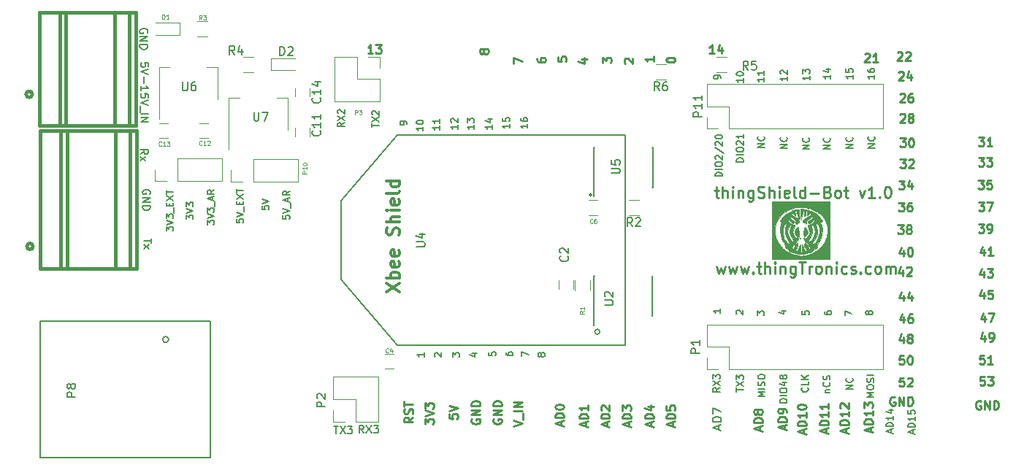
<source format=gbr>
G04 #@! TF.FileFunction,Legend,Top*
%FSLAX46Y46*%
G04 Gerber Fmt 4.6, Leading zero omitted, Abs format (unit mm)*
G04 Created by KiCad (PCBNEW 4.0.4-stable) date 04/28/17 11:07:38*
%MOMM*%
%LPD*%
G01*
G04 APERTURE LIST*
%ADD10C,0.100000*%
%ADD11C,0.250000*%
%ADD12C,0.300000*%
%ADD13C,0.200000*%
%ADD14C,0.120000*%
%ADD15C,0.381000*%
%ADD16C,0.150000*%
%ADD17C,0.010000*%
G04 APERTURE END LIST*
D10*
D11*
X172147619Y-73785714D02*
X172100000Y-73738095D01*
X172052381Y-73642857D01*
X172052381Y-73404761D01*
X172100000Y-73309523D01*
X172147619Y-73261904D01*
X172242857Y-73214285D01*
X172338095Y-73214285D01*
X172480952Y-73261904D01*
X173052381Y-73833333D01*
X173052381Y-73214285D01*
X169552381Y-73733333D02*
X169552381Y-73114285D01*
X169933333Y-73447619D01*
X169933333Y-73304761D01*
X169980952Y-73209523D01*
X170028571Y-73161904D01*
X170123810Y-73114285D01*
X170361905Y-73114285D01*
X170457143Y-73161904D01*
X170504762Y-73209523D01*
X170552381Y-73304761D01*
X170552381Y-73590476D01*
X170504762Y-73685714D01*
X170457143Y-73733333D01*
X167085714Y-73309523D02*
X167752381Y-73309523D01*
X166704762Y-73547619D02*
X167419048Y-73785714D01*
X167419048Y-73166666D01*
X164352381Y-73061904D02*
X164352381Y-73538095D01*
X164828571Y-73585714D01*
X164780952Y-73538095D01*
X164733333Y-73442857D01*
X164733333Y-73204761D01*
X164780952Y-73109523D01*
X164828571Y-73061904D01*
X164923810Y-73014285D01*
X165161905Y-73014285D01*
X165257143Y-73061904D01*
X165304762Y-73109523D01*
X165352381Y-73204761D01*
X165352381Y-73442857D01*
X165304762Y-73538095D01*
X165257143Y-73585714D01*
X161952381Y-73209523D02*
X161952381Y-73400000D01*
X162000000Y-73495238D01*
X162047619Y-73542857D01*
X162190476Y-73638095D01*
X162380952Y-73685714D01*
X162761905Y-73685714D01*
X162857143Y-73638095D01*
X162904762Y-73590476D01*
X162952381Y-73495238D01*
X162952381Y-73304761D01*
X162904762Y-73209523D01*
X162857143Y-73161904D01*
X162761905Y-73114285D01*
X162523810Y-73114285D01*
X162428571Y-73161904D01*
X162380952Y-73209523D01*
X162333333Y-73304761D01*
X162333333Y-73495238D01*
X162380952Y-73590476D01*
X162428571Y-73638095D01*
X162523810Y-73685714D01*
D12*
X144478571Y-100299999D02*
X145978571Y-99299999D01*
X144478571Y-99299999D02*
X145978571Y-100299999D01*
X145978571Y-98728571D02*
X144478571Y-98728571D01*
X145050000Y-98728571D02*
X144978571Y-98585714D01*
X144978571Y-98300000D01*
X145050000Y-98157143D01*
X145121429Y-98085714D01*
X145264286Y-98014285D01*
X145692857Y-98014285D01*
X145835714Y-98085714D01*
X145907143Y-98157143D01*
X145978571Y-98300000D01*
X145978571Y-98585714D01*
X145907143Y-98728571D01*
X145907143Y-96800000D02*
X145978571Y-96942857D01*
X145978571Y-97228571D01*
X145907143Y-97371428D01*
X145764286Y-97442857D01*
X145192857Y-97442857D01*
X145050000Y-97371428D01*
X144978571Y-97228571D01*
X144978571Y-96942857D01*
X145050000Y-96800000D01*
X145192857Y-96728571D01*
X145335714Y-96728571D01*
X145478571Y-97442857D01*
X145907143Y-95514286D02*
X145978571Y-95657143D01*
X145978571Y-95942857D01*
X145907143Y-96085714D01*
X145764286Y-96157143D01*
X145192857Y-96157143D01*
X145050000Y-96085714D01*
X144978571Y-95942857D01*
X144978571Y-95657143D01*
X145050000Y-95514286D01*
X145192857Y-95442857D01*
X145335714Y-95442857D01*
X145478571Y-96157143D01*
X145907143Y-93728572D02*
X145978571Y-93514286D01*
X145978571Y-93157143D01*
X145907143Y-93014286D01*
X145835714Y-92942857D01*
X145692857Y-92871429D01*
X145550000Y-92871429D01*
X145407143Y-92942857D01*
X145335714Y-93014286D01*
X145264286Y-93157143D01*
X145192857Y-93442857D01*
X145121429Y-93585715D01*
X145050000Y-93657143D01*
X144907143Y-93728572D01*
X144764286Y-93728572D01*
X144621429Y-93657143D01*
X144550000Y-93585715D01*
X144478571Y-93442857D01*
X144478571Y-93085715D01*
X144550000Y-92871429D01*
X145978571Y-92228572D02*
X144478571Y-92228572D01*
X145978571Y-91585715D02*
X145192857Y-91585715D01*
X145050000Y-91657144D01*
X144978571Y-91800001D01*
X144978571Y-92014286D01*
X145050000Y-92157144D01*
X145121429Y-92228572D01*
X145978571Y-90871429D02*
X144978571Y-90871429D01*
X144478571Y-90871429D02*
X144550000Y-90942858D01*
X144621429Y-90871429D01*
X144550000Y-90800001D01*
X144478571Y-90871429D01*
X144621429Y-90871429D01*
X145907143Y-89585715D02*
X145978571Y-89728572D01*
X145978571Y-90014286D01*
X145907143Y-90157143D01*
X145764286Y-90228572D01*
X145192857Y-90228572D01*
X145050000Y-90157143D01*
X144978571Y-90014286D01*
X144978571Y-89728572D01*
X145050000Y-89585715D01*
X145192857Y-89514286D01*
X145335714Y-89514286D01*
X145478571Y-90228572D01*
X145978571Y-88657143D02*
X145907143Y-88800001D01*
X145764286Y-88871429D01*
X144478571Y-88871429D01*
X145978571Y-87442858D02*
X144478571Y-87442858D01*
X145907143Y-87442858D02*
X145978571Y-87585715D01*
X145978571Y-87871429D01*
X145907143Y-88014287D01*
X145835714Y-88085715D01*
X145692857Y-88157144D01*
X145264286Y-88157144D01*
X145121429Y-88085715D01*
X145050000Y-88014287D01*
X144978571Y-87871429D01*
X144978571Y-87585715D01*
X145050000Y-87442858D01*
D13*
X201061905Y-75152381D02*
X201061905Y-75609524D01*
X201061905Y-75380953D02*
X200261905Y-75380953D01*
X200376190Y-75457143D01*
X200452381Y-75533334D01*
X200490476Y-75609524D01*
X200261905Y-74466667D02*
X200261905Y-74619048D01*
X200300000Y-74695238D01*
X200338095Y-74733333D01*
X200452381Y-74809524D01*
X200604762Y-74847619D01*
X200909524Y-74847619D01*
X200985714Y-74809524D01*
X201023810Y-74771429D01*
X201061905Y-74695238D01*
X201061905Y-74542857D01*
X201023810Y-74466667D01*
X200985714Y-74428571D01*
X200909524Y-74390476D01*
X200719048Y-74390476D01*
X200642857Y-74428571D01*
X200604762Y-74466667D01*
X200566667Y-74542857D01*
X200566667Y-74695238D01*
X200604762Y-74771429D01*
X200642857Y-74809524D01*
X200719048Y-74847619D01*
X198561905Y-75152381D02*
X198561905Y-75609524D01*
X198561905Y-75380953D02*
X197761905Y-75380953D01*
X197876190Y-75457143D01*
X197952381Y-75533334D01*
X197990476Y-75609524D01*
X197761905Y-74428571D02*
X197761905Y-74809524D01*
X198142857Y-74847619D01*
X198104762Y-74809524D01*
X198066667Y-74733333D01*
X198066667Y-74542857D01*
X198104762Y-74466667D01*
X198142857Y-74428571D01*
X198219048Y-74390476D01*
X198409524Y-74390476D01*
X198485714Y-74428571D01*
X198523810Y-74466667D01*
X198561905Y-74542857D01*
X198561905Y-74733333D01*
X198523810Y-74809524D01*
X198485714Y-74847619D01*
X195961905Y-75152381D02*
X195961905Y-75609524D01*
X195961905Y-75380953D02*
X195161905Y-75380953D01*
X195276190Y-75457143D01*
X195352381Y-75533334D01*
X195390476Y-75609524D01*
X195428571Y-74466667D02*
X195961905Y-74466667D01*
X195123810Y-74657143D02*
X195695238Y-74847619D01*
X195695238Y-74352381D01*
X193561905Y-75252381D02*
X193561905Y-75709524D01*
X193561905Y-75480953D02*
X192761905Y-75480953D01*
X192876190Y-75557143D01*
X192952381Y-75633334D01*
X192990476Y-75709524D01*
X192761905Y-74985714D02*
X192761905Y-74490476D01*
X193066667Y-74757143D01*
X193066667Y-74642857D01*
X193104762Y-74566667D01*
X193142857Y-74528571D01*
X193219048Y-74490476D01*
X193409524Y-74490476D01*
X193485714Y-74528571D01*
X193523810Y-74566667D01*
X193561905Y-74642857D01*
X193561905Y-74871429D01*
X193523810Y-74947619D01*
X193485714Y-74985714D01*
X190961905Y-75352381D02*
X190961905Y-75809524D01*
X190961905Y-75580953D02*
X190161905Y-75580953D01*
X190276190Y-75657143D01*
X190352381Y-75733334D01*
X190390476Y-75809524D01*
X190238095Y-75047619D02*
X190200000Y-75009524D01*
X190161905Y-74933333D01*
X190161905Y-74742857D01*
X190200000Y-74666667D01*
X190238095Y-74628571D01*
X190314286Y-74590476D01*
X190390476Y-74590476D01*
X190504762Y-74628571D01*
X190961905Y-75085714D01*
X190961905Y-74590476D01*
X188261905Y-75452381D02*
X188261905Y-75909524D01*
X188261905Y-75680953D02*
X187461905Y-75680953D01*
X187576190Y-75757143D01*
X187652381Y-75833334D01*
X187690476Y-75909524D01*
X188261905Y-74690476D02*
X188261905Y-75147619D01*
X188261905Y-74919048D02*
X187461905Y-74919048D01*
X187576190Y-74995238D01*
X187652381Y-75071429D01*
X187690476Y-75147619D01*
X185861905Y-75552381D02*
X185861905Y-76009524D01*
X185861905Y-75780953D02*
X185061905Y-75780953D01*
X185176190Y-75857143D01*
X185252381Y-75933334D01*
X185290476Y-76009524D01*
X185061905Y-75057143D02*
X185061905Y-74980952D01*
X185100000Y-74904762D01*
X185138095Y-74866667D01*
X185214286Y-74828571D01*
X185366667Y-74790476D01*
X185557143Y-74790476D01*
X185709524Y-74828571D01*
X185785714Y-74866667D01*
X185823810Y-74904762D01*
X185861905Y-74980952D01*
X185861905Y-75057143D01*
X185823810Y-75133333D01*
X185785714Y-75171429D01*
X185709524Y-75209524D01*
X185557143Y-75247619D01*
X185366667Y-75247619D01*
X185214286Y-75209524D01*
X185138095Y-75171429D01*
X185100000Y-75133333D01*
X185061905Y-75057143D01*
X183261905Y-75552381D02*
X183261905Y-75400000D01*
X183223810Y-75323809D01*
X183185714Y-75285714D01*
X183071429Y-75209523D01*
X182919048Y-75171428D01*
X182614286Y-75171428D01*
X182538095Y-75209523D01*
X182500000Y-75247619D01*
X182461905Y-75323809D01*
X182461905Y-75476190D01*
X182500000Y-75552381D01*
X182538095Y-75590476D01*
X182614286Y-75628571D01*
X182804762Y-75628571D01*
X182880952Y-75590476D01*
X182919048Y-75552381D01*
X182957143Y-75476190D01*
X182957143Y-75323809D01*
X182919048Y-75247619D01*
X182880952Y-75209523D01*
X182804762Y-75171428D01*
X160861905Y-80852381D02*
X160861905Y-81309524D01*
X160861905Y-81080953D02*
X160061905Y-81080953D01*
X160176190Y-81157143D01*
X160252381Y-81233334D01*
X160290476Y-81309524D01*
X160061905Y-80166667D02*
X160061905Y-80319048D01*
X160100000Y-80395238D01*
X160138095Y-80433333D01*
X160252381Y-80509524D01*
X160404762Y-80547619D01*
X160709524Y-80547619D01*
X160785714Y-80509524D01*
X160823810Y-80471429D01*
X160861905Y-80395238D01*
X160861905Y-80242857D01*
X160823810Y-80166667D01*
X160785714Y-80128571D01*
X160709524Y-80090476D01*
X160519048Y-80090476D01*
X160442857Y-80128571D01*
X160404762Y-80166667D01*
X160366667Y-80242857D01*
X160366667Y-80395238D01*
X160404762Y-80471429D01*
X160442857Y-80509524D01*
X160519048Y-80547619D01*
X158761905Y-80852381D02*
X158761905Y-81309524D01*
X158761905Y-81080953D02*
X157961905Y-81080953D01*
X158076190Y-81157143D01*
X158152381Y-81233334D01*
X158190476Y-81309524D01*
X157961905Y-80128571D02*
X157961905Y-80509524D01*
X158342857Y-80547619D01*
X158304762Y-80509524D01*
X158266667Y-80433333D01*
X158266667Y-80242857D01*
X158304762Y-80166667D01*
X158342857Y-80128571D01*
X158419048Y-80090476D01*
X158609524Y-80090476D01*
X158685714Y-80128571D01*
X158723810Y-80166667D01*
X158761905Y-80242857D01*
X158761905Y-80433333D01*
X158723810Y-80509524D01*
X158685714Y-80547619D01*
X156761905Y-80952381D02*
X156761905Y-81409524D01*
X156761905Y-81180953D02*
X155961905Y-81180953D01*
X156076190Y-81257143D01*
X156152381Y-81333334D01*
X156190476Y-81409524D01*
X156228571Y-80266667D02*
X156761905Y-80266667D01*
X155923810Y-80457143D02*
X156495238Y-80647619D01*
X156495238Y-80152381D01*
X154661905Y-80952381D02*
X154661905Y-81409524D01*
X154661905Y-81180953D02*
X153861905Y-81180953D01*
X153976190Y-81257143D01*
X154052381Y-81333334D01*
X154090476Y-81409524D01*
X153861905Y-80685714D02*
X153861905Y-80190476D01*
X154166667Y-80457143D01*
X154166667Y-80342857D01*
X154204762Y-80266667D01*
X154242857Y-80228571D01*
X154319048Y-80190476D01*
X154509524Y-80190476D01*
X154585714Y-80228571D01*
X154623810Y-80266667D01*
X154661905Y-80342857D01*
X154661905Y-80571429D01*
X154623810Y-80647619D01*
X154585714Y-80685714D01*
X152761905Y-80952381D02*
X152761905Y-81409524D01*
X152761905Y-81180953D02*
X151961905Y-81180953D01*
X152076190Y-81257143D01*
X152152381Y-81333334D01*
X152190476Y-81409524D01*
X152038095Y-80647619D02*
X152000000Y-80609524D01*
X151961905Y-80533333D01*
X151961905Y-80342857D01*
X152000000Y-80266667D01*
X152038095Y-80228571D01*
X152114286Y-80190476D01*
X152190476Y-80190476D01*
X152304762Y-80228571D01*
X152761905Y-80685714D01*
X152761905Y-80190476D01*
X150661905Y-81052381D02*
X150661905Y-81509524D01*
X150661905Y-81280953D02*
X149861905Y-81280953D01*
X149976190Y-81357143D01*
X150052381Y-81433334D01*
X150090476Y-81509524D01*
X150661905Y-80290476D02*
X150661905Y-80747619D01*
X150661905Y-80519048D02*
X149861905Y-80519048D01*
X149976190Y-80595238D01*
X150052381Y-80671429D01*
X150090476Y-80747619D01*
X148761905Y-81152381D02*
X148761905Y-81609524D01*
X148761905Y-81380953D02*
X147961905Y-81380953D01*
X148076190Y-81457143D01*
X148152381Y-81533334D01*
X148190476Y-81609524D01*
X147961905Y-80657143D02*
X147961905Y-80580952D01*
X148000000Y-80504762D01*
X148038095Y-80466667D01*
X148114286Y-80428571D01*
X148266667Y-80390476D01*
X148457143Y-80390476D01*
X148609524Y-80428571D01*
X148685714Y-80466667D01*
X148723810Y-80504762D01*
X148761905Y-80580952D01*
X148761905Y-80657143D01*
X148723810Y-80733333D01*
X148685714Y-80771429D01*
X148609524Y-80809524D01*
X148457143Y-80847619D01*
X148266667Y-80847619D01*
X148114286Y-80809524D01*
X148038095Y-80771429D01*
X148000000Y-80733333D01*
X147961905Y-80657143D01*
X146861905Y-80852381D02*
X146861905Y-80700000D01*
X146823810Y-80623809D01*
X146785714Y-80585714D01*
X146671429Y-80509523D01*
X146519048Y-80471428D01*
X146214286Y-80471428D01*
X146138095Y-80509523D01*
X146100000Y-80547619D01*
X146061905Y-80623809D01*
X146061905Y-80776190D01*
X146100000Y-80852381D01*
X146138095Y-80890476D01*
X146214286Y-80928571D01*
X146404762Y-80928571D01*
X146480952Y-80890476D01*
X146519048Y-80852381D01*
X146557143Y-80776190D01*
X146557143Y-80623809D01*
X146519048Y-80547619D01*
X146480952Y-80509523D01*
X146404762Y-80471428D01*
X162404762Y-107676190D02*
X162366667Y-107752381D01*
X162328571Y-107790476D01*
X162252381Y-107828571D01*
X162214286Y-107828571D01*
X162138095Y-107790476D01*
X162100000Y-107752381D01*
X162061905Y-107676190D01*
X162061905Y-107523809D01*
X162100000Y-107447619D01*
X162138095Y-107409523D01*
X162214286Y-107371428D01*
X162252381Y-107371428D01*
X162328571Y-107409523D01*
X162366667Y-107447619D01*
X162404762Y-107523809D01*
X162404762Y-107676190D01*
X162442857Y-107752381D01*
X162480952Y-107790476D01*
X162557143Y-107828571D01*
X162709524Y-107828571D01*
X162785714Y-107790476D01*
X162823810Y-107752381D01*
X162861905Y-107676190D01*
X162861905Y-107523809D01*
X162823810Y-107447619D01*
X162785714Y-107409523D01*
X162709524Y-107371428D01*
X162557143Y-107371428D01*
X162480952Y-107409523D01*
X162442857Y-107447619D01*
X162404762Y-107523809D01*
X160161905Y-107766666D02*
X160161905Y-107233333D01*
X160961905Y-107576190D01*
X158361905Y-107347619D02*
X158361905Y-107500000D01*
X158400000Y-107576190D01*
X158438095Y-107614285D01*
X158552381Y-107690476D01*
X158704762Y-107728571D01*
X159009524Y-107728571D01*
X159085714Y-107690476D01*
X159123810Y-107652381D01*
X159161905Y-107576190D01*
X159161905Y-107423809D01*
X159123810Y-107347619D01*
X159085714Y-107309523D01*
X159009524Y-107271428D01*
X158819048Y-107271428D01*
X158742857Y-107309523D01*
X158704762Y-107347619D01*
X158666667Y-107423809D01*
X158666667Y-107576190D01*
X158704762Y-107652381D01*
X158742857Y-107690476D01*
X158819048Y-107728571D01*
X156361905Y-107309523D02*
X156361905Y-107690476D01*
X156742857Y-107728571D01*
X156704762Y-107690476D01*
X156666667Y-107614285D01*
X156666667Y-107423809D01*
X156704762Y-107347619D01*
X156742857Y-107309523D01*
X156819048Y-107271428D01*
X157009524Y-107271428D01*
X157085714Y-107309523D01*
X157123810Y-107347619D01*
X157161905Y-107423809D01*
X157161905Y-107614285D01*
X157123810Y-107690476D01*
X157085714Y-107728571D01*
X154428571Y-107447619D02*
X154961905Y-107447619D01*
X154123810Y-107638095D02*
X154695238Y-107828571D01*
X154695238Y-107333333D01*
X152161905Y-107866666D02*
X152161905Y-107371428D01*
X152466667Y-107638095D01*
X152466667Y-107523809D01*
X152504762Y-107447619D01*
X152542857Y-107409523D01*
X152619048Y-107371428D01*
X152809524Y-107371428D01*
X152885714Y-107409523D01*
X152923810Y-107447619D01*
X152961905Y-107523809D01*
X152961905Y-107752381D01*
X152923810Y-107828571D01*
X152885714Y-107866666D01*
X150138095Y-107828571D02*
X150100000Y-107790476D01*
X150061905Y-107714285D01*
X150061905Y-107523809D01*
X150100000Y-107447619D01*
X150138095Y-107409523D01*
X150214286Y-107371428D01*
X150290476Y-107371428D01*
X150404762Y-107409523D01*
X150861905Y-107866666D01*
X150861905Y-107371428D01*
X148861905Y-107371428D02*
X148861905Y-107828571D01*
X148861905Y-107600000D02*
X148061905Y-107600000D01*
X148176190Y-107676190D01*
X148252381Y-107752381D01*
X148290476Y-107828571D01*
D11*
X175452381Y-73014285D02*
X175452381Y-73585714D01*
X175452381Y-73300000D02*
X174452381Y-73300000D01*
X174595238Y-73395238D01*
X174690476Y-73490476D01*
X174738095Y-73585714D01*
X177666667Y-115914286D02*
X177666667Y-115438095D01*
X177952381Y-116009524D02*
X176952381Y-115676191D01*
X177952381Y-115342857D01*
X177952381Y-115009524D02*
X176952381Y-115009524D01*
X176952381Y-114771429D01*
X177000000Y-114628571D01*
X177095238Y-114533333D01*
X177190476Y-114485714D01*
X177380952Y-114438095D01*
X177523810Y-114438095D01*
X177714286Y-114485714D01*
X177809524Y-114533333D01*
X177904762Y-114628571D01*
X177952381Y-114771429D01*
X177952381Y-115009524D01*
X176952381Y-113533333D02*
X176952381Y-114009524D01*
X177428571Y-114057143D01*
X177380952Y-114009524D01*
X177333333Y-113914286D01*
X177333333Y-113676190D01*
X177380952Y-113580952D01*
X177428571Y-113533333D01*
X177523810Y-113485714D01*
X177761905Y-113485714D01*
X177857143Y-113533333D01*
X177904762Y-113580952D01*
X177952381Y-113676190D01*
X177952381Y-113914286D01*
X177904762Y-114009524D01*
X177857143Y-114057143D01*
X175166667Y-115914286D02*
X175166667Y-115438095D01*
X175452381Y-116009524D02*
X174452381Y-115676191D01*
X175452381Y-115342857D01*
X175452381Y-115009524D02*
X174452381Y-115009524D01*
X174452381Y-114771429D01*
X174500000Y-114628571D01*
X174595238Y-114533333D01*
X174690476Y-114485714D01*
X174880952Y-114438095D01*
X175023810Y-114438095D01*
X175214286Y-114485714D01*
X175309524Y-114533333D01*
X175404762Y-114628571D01*
X175452381Y-114771429D01*
X175452381Y-115009524D01*
X174785714Y-113580952D02*
X175452381Y-113580952D01*
X174404762Y-113819048D02*
X175119048Y-114057143D01*
X175119048Y-113438095D01*
X172566667Y-115914286D02*
X172566667Y-115438095D01*
X172852381Y-116009524D02*
X171852381Y-115676191D01*
X172852381Y-115342857D01*
X172852381Y-115009524D02*
X171852381Y-115009524D01*
X171852381Y-114771429D01*
X171900000Y-114628571D01*
X171995238Y-114533333D01*
X172090476Y-114485714D01*
X172280952Y-114438095D01*
X172423810Y-114438095D01*
X172614286Y-114485714D01*
X172709524Y-114533333D01*
X172804762Y-114628571D01*
X172852381Y-114771429D01*
X172852381Y-115009524D01*
X171852381Y-114104762D02*
X171852381Y-113485714D01*
X172233333Y-113819048D01*
X172233333Y-113676190D01*
X172280952Y-113580952D01*
X172328571Y-113533333D01*
X172423810Y-113485714D01*
X172661905Y-113485714D01*
X172757143Y-113533333D01*
X172804762Y-113580952D01*
X172852381Y-113676190D01*
X172852381Y-113961905D01*
X172804762Y-114057143D01*
X172757143Y-114104762D01*
X170066667Y-115914286D02*
X170066667Y-115438095D01*
X170352381Y-116009524D02*
X169352381Y-115676191D01*
X170352381Y-115342857D01*
X170352381Y-115009524D02*
X169352381Y-115009524D01*
X169352381Y-114771429D01*
X169400000Y-114628571D01*
X169495238Y-114533333D01*
X169590476Y-114485714D01*
X169780952Y-114438095D01*
X169923810Y-114438095D01*
X170114286Y-114485714D01*
X170209524Y-114533333D01*
X170304762Y-114628571D01*
X170352381Y-114771429D01*
X170352381Y-115009524D01*
X169447619Y-114057143D02*
X169400000Y-114009524D01*
X169352381Y-113914286D01*
X169352381Y-113676190D01*
X169400000Y-113580952D01*
X169447619Y-113533333D01*
X169542857Y-113485714D01*
X169638095Y-113485714D01*
X169780952Y-113533333D01*
X170352381Y-114104762D01*
X170352381Y-113485714D01*
X167566667Y-115914286D02*
X167566667Y-115438095D01*
X167852381Y-116009524D02*
X166852381Y-115676191D01*
X167852381Y-115342857D01*
X167852381Y-115009524D02*
X166852381Y-115009524D01*
X166852381Y-114771429D01*
X166900000Y-114628571D01*
X166995238Y-114533333D01*
X167090476Y-114485714D01*
X167280952Y-114438095D01*
X167423810Y-114438095D01*
X167614286Y-114485714D01*
X167709524Y-114533333D01*
X167804762Y-114628571D01*
X167852381Y-114771429D01*
X167852381Y-115009524D01*
X167852381Y-113485714D02*
X167852381Y-114057143D01*
X167852381Y-113771429D02*
X166852381Y-113771429D01*
X166995238Y-113866667D01*
X167090476Y-113961905D01*
X167138095Y-114057143D01*
X156900000Y-115061904D02*
X156852381Y-115157142D01*
X156852381Y-115299999D01*
X156900000Y-115442857D01*
X156995238Y-115538095D01*
X157090476Y-115585714D01*
X157280952Y-115633333D01*
X157423810Y-115633333D01*
X157614286Y-115585714D01*
X157709524Y-115538095D01*
X157804762Y-115442857D01*
X157852381Y-115299999D01*
X157852381Y-115204761D01*
X157804762Y-115061904D01*
X157757143Y-115014285D01*
X157423810Y-115014285D01*
X157423810Y-115204761D01*
X157852381Y-114585714D02*
X156852381Y-114585714D01*
X157852381Y-114014285D01*
X156852381Y-114014285D01*
X157852381Y-113538095D02*
X156852381Y-113538095D01*
X156852381Y-113300000D01*
X156900000Y-113157142D01*
X156995238Y-113061904D01*
X157090476Y-113014285D01*
X157280952Y-112966666D01*
X157423810Y-112966666D01*
X157614286Y-113014285D01*
X157709524Y-113061904D01*
X157804762Y-113157142D01*
X157852381Y-113300000D01*
X157852381Y-113538095D01*
X159252381Y-115876190D02*
X160252381Y-115542857D01*
X159252381Y-115209523D01*
X160347619Y-115114285D02*
X160347619Y-114352380D01*
X160252381Y-114114285D02*
X159252381Y-114114285D01*
X160252381Y-113638095D02*
X159252381Y-113638095D01*
X160252381Y-113066666D01*
X159252381Y-113066666D01*
X154400000Y-115061904D02*
X154352381Y-115157142D01*
X154352381Y-115299999D01*
X154400000Y-115442857D01*
X154495238Y-115538095D01*
X154590476Y-115585714D01*
X154780952Y-115633333D01*
X154923810Y-115633333D01*
X155114286Y-115585714D01*
X155209524Y-115538095D01*
X155304762Y-115442857D01*
X155352381Y-115299999D01*
X155352381Y-115204761D01*
X155304762Y-115061904D01*
X155257143Y-115014285D01*
X154923810Y-115014285D01*
X154923810Y-115204761D01*
X155352381Y-114585714D02*
X154352381Y-114585714D01*
X155352381Y-114014285D01*
X154352381Y-114014285D01*
X155352381Y-113538095D02*
X154352381Y-113538095D01*
X154352381Y-113300000D01*
X154400000Y-113157142D01*
X154495238Y-113061904D01*
X154590476Y-113014285D01*
X154780952Y-112966666D01*
X154923810Y-112966666D01*
X155114286Y-113014285D01*
X155209524Y-113061904D01*
X155304762Y-113157142D01*
X155352381Y-113300000D01*
X155352381Y-113538095D01*
X151752381Y-114490476D02*
X151752381Y-114966667D01*
X152228571Y-115014286D01*
X152180952Y-114966667D01*
X152133333Y-114871429D01*
X152133333Y-114633333D01*
X152180952Y-114538095D01*
X152228571Y-114490476D01*
X152323810Y-114442857D01*
X152561905Y-114442857D01*
X152657143Y-114490476D01*
X152704762Y-114538095D01*
X152752381Y-114633333D01*
X152752381Y-114871429D01*
X152704762Y-114966667D01*
X152657143Y-115014286D01*
X151752381Y-114157143D02*
X152752381Y-113823810D01*
X151752381Y-113490476D01*
X148952381Y-115638095D02*
X148952381Y-115019047D01*
X149333333Y-115352381D01*
X149333333Y-115209523D01*
X149380952Y-115114285D01*
X149428571Y-115066666D01*
X149523810Y-115019047D01*
X149761905Y-115019047D01*
X149857143Y-115066666D01*
X149904762Y-115114285D01*
X149952381Y-115209523D01*
X149952381Y-115495238D01*
X149904762Y-115590476D01*
X149857143Y-115638095D01*
X148952381Y-114733333D02*
X149952381Y-114400000D01*
X148952381Y-114066666D01*
X148952381Y-113828571D02*
X148952381Y-113209523D01*
X149333333Y-113542857D01*
X149333333Y-113399999D01*
X149380952Y-113304761D01*
X149428571Y-113257142D01*
X149523810Y-113209523D01*
X149761905Y-113209523D01*
X149857143Y-113257142D01*
X149904762Y-113304761D01*
X149952381Y-113399999D01*
X149952381Y-113685714D01*
X149904762Y-113780952D01*
X149857143Y-113828571D01*
X182800000Y-97321429D02*
X183047619Y-98188095D01*
X183295238Y-97569048D01*
X183542857Y-98188095D01*
X183790476Y-97321429D01*
X184161905Y-97321429D02*
X184409524Y-98188095D01*
X184657143Y-97569048D01*
X184904762Y-98188095D01*
X185152381Y-97321429D01*
X185523810Y-97321429D02*
X185771429Y-98188095D01*
X186019048Y-97569048D01*
X186266667Y-98188095D01*
X186514286Y-97321429D01*
X187009525Y-98064286D02*
X187071430Y-98126190D01*
X187009525Y-98188095D01*
X186947620Y-98126190D01*
X187009525Y-98064286D01*
X187009525Y-98188095D01*
X187442859Y-97321429D02*
X187938097Y-97321429D01*
X187628573Y-96888095D02*
X187628573Y-98002381D01*
X187690478Y-98126190D01*
X187814287Y-98188095D01*
X187938097Y-98188095D01*
X188371430Y-98188095D02*
X188371430Y-96888095D01*
X188928573Y-98188095D02*
X188928573Y-97507143D01*
X188866668Y-97383333D01*
X188742858Y-97321429D01*
X188557144Y-97321429D01*
X188433335Y-97383333D01*
X188371430Y-97445238D01*
X189547620Y-98188095D02*
X189547620Y-97321429D01*
X189547620Y-96888095D02*
X189485715Y-96950000D01*
X189547620Y-97011905D01*
X189609525Y-96950000D01*
X189547620Y-96888095D01*
X189547620Y-97011905D01*
X190166668Y-97321429D02*
X190166668Y-98188095D01*
X190166668Y-97445238D02*
X190228573Y-97383333D01*
X190352382Y-97321429D01*
X190538096Y-97321429D01*
X190661906Y-97383333D01*
X190723811Y-97507143D01*
X190723811Y-98188095D01*
X191900001Y-97321429D02*
X191900001Y-98373810D01*
X191838096Y-98497619D01*
X191776191Y-98559524D01*
X191652382Y-98621429D01*
X191466667Y-98621429D01*
X191342858Y-98559524D01*
X191900001Y-98126190D02*
X191776191Y-98188095D01*
X191528572Y-98188095D01*
X191404763Y-98126190D01*
X191342858Y-98064286D01*
X191280953Y-97940476D01*
X191280953Y-97569048D01*
X191342858Y-97445238D01*
X191404763Y-97383333D01*
X191528572Y-97321429D01*
X191776191Y-97321429D01*
X191900001Y-97383333D01*
X192333334Y-96888095D02*
X193076191Y-96888095D01*
X192704762Y-98188095D02*
X192704762Y-96888095D01*
X193509524Y-98188095D02*
X193509524Y-97321429D01*
X193509524Y-97569048D02*
X193571429Y-97445238D01*
X193633333Y-97383333D01*
X193757143Y-97321429D01*
X193880952Y-97321429D01*
X194500000Y-98188095D02*
X194376191Y-98126190D01*
X194314286Y-98064286D01*
X194252381Y-97940476D01*
X194252381Y-97569048D01*
X194314286Y-97445238D01*
X194376191Y-97383333D01*
X194500000Y-97321429D01*
X194685714Y-97321429D01*
X194809524Y-97383333D01*
X194871429Y-97445238D01*
X194933333Y-97569048D01*
X194933333Y-97940476D01*
X194871429Y-98064286D01*
X194809524Y-98126190D01*
X194685714Y-98188095D01*
X194500000Y-98188095D01*
X195490476Y-97321429D02*
X195490476Y-98188095D01*
X195490476Y-97445238D02*
X195552381Y-97383333D01*
X195676190Y-97321429D01*
X195861904Y-97321429D01*
X195985714Y-97383333D01*
X196047619Y-97507143D01*
X196047619Y-98188095D01*
X196666666Y-98188095D02*
X196666666Y-97321429D01*
X196666666Y-96888095D02*
X196604761Y-96950000D01*
X196666666Y-97011905D01*
X196728571Y-96950000D01*
X196666666Y-96888095D01*
X196666666Y-97011905D01*
X197842857Y-98126190D02*
X197719047Y-98188095D01*
X197471428Y-98188095D01*
X197347619Y-98126190D01*
X197285714Y-98064286D01*
X197223809Y-97940476D01*
X197223809Y-97569048D01*
X197285714Y-97445238D01*
X197347619Y-97383333D01*
X197471428Y-97321429D01*
X197719047Y-97321429D01*
X197842857Y-97383333D01*
X198338095Y-98126190D02*
X198461905Y-98188095D01*
X198709524Y-98188095D01*
X198833333Y-98126190D01*
X198895238Y-98002381D01*
X198895238Y-97940476D01*
X198833333Y-97816667D01*
X198709524Y-97754762D01*
X198523809Y-97754762D01*
X198400000Y-97692857D01*
X198338095Y-97569048D01*
X198338095Y-97507143D01*
X198400000Y-97383333D01*
X198523809Y-97321429D01*
X198709524Y-97321429D01*
X198833333Y-97383333D01*
X199452381Y-98064286D02*
X199514286Y-98126190D01*
X199452381Y-98188095D01*
X199390476Y-98126190D01*
X199452381Y-98064286D01*
X199452381Y-98188095D01*
X200628572Y-98126190D02*
X200504762Y-98188095D01*
X200257143Y-98188095D01*
X200133334Y-98126190D01*
X200071429Y-98064286D01*
X200009524Y-97940476D01*
X200009524Y-97569048D01*
X200071429Y-97445238D01*
X200133334Y-97383333D01*
X200257143Y-97321429D01*
X200504762Y-97321429D01*
X200628572Y-97383333D01*
X201371429Y-98188095D02*
X201247620Y-98126190D01*
X201185715Y-98064286D01*
X201123810Y-97940476D01*
X201123810Y-97569048D01*
X201185715Y-97445238D01*
X201247620Y-97383333D01*
X201371429Y-97321429D01*
X201557143Y-97321429D01*
X201680953Y-97383333D01*
X201742858Y-97445238D01*
X201804762Y-97569048D01*
X201804762Y-97940476D01*
X201742858Y-98064286D01*
X201680953Y-98126190D01*
X201557143Y-98188095D01*
X201371429Y-98188095D01*
X202361905Y-98188095D02*
X202361905Y-97321429D01*
X202361905Y-97445238D02*
X202423810Y-97383333D01*
X202547619Y-97321429D01*
X202733333Y-97321429D01*
X202857143Y-97383333D01*
X202919048Y-97507143D01*
X202919048Y-98188095D01*
X202919048Y-97507143D02*
X202980952Y-97383333D01*
X203104762Y-97321429D01*
X203290476Y-97321429D01*
X203414286Y-97383333D01*
X203476191Y-97507143D01*
X203476191Y-98188095D01*
X182543812Y-88531429D02*
X183039050Y-88531429D01*
X182729526Y-88098095D02*
X182729526Y-89212381D01*
X182791431Y-89336190D01*
X182915240Y-89398095D01*
X183039050Y-89398095D01*
X183472383Y-89398095D02*
X183472383Y-88098095D01*
X184029526Y-89398095D02*
X184029526Y-88717143D01*
X183967621Y-88593333D01*
X183843811Y-88531429D01*
X183658097Y-88531429D01*
X183534288Y-88593333D01*
X183472383Y-88655238D01*
X184648573Y-89398095D02*
X184648573Y-88531429D01*
X184648573Y-88098095D02*
X184586668Y-88160000D01*
X184648573Y-88221905D01*
X184710478Y-88160000D01*
X184648573Y-88098095D01*
X184648573Y-88221905D01*
X185267621Y-88531429D02*
X185267621Y-89398095D01*
X185267621Y-88655238D02*
X185329526Y-88593333D01*
X185453335Y-88531429D01*
X185639049Y-88531429D01*
X185762859Y-88593333D01*
X185824764Y-88717143D01*
X185824764Y-89398095D01*
X187000954Y-88531429D02*
X187000954Y-89583810D01*
X186939049Y-89707619D01*
X186877144Y-89769524D01*
X186753335Y-89831429D01*
X186567620Y-89831429D01*
X186443811Y-89769524D01*
X187000954Y-89336190D02*
X186877144Y-89398095D01*
X186629525Y-89398095D01*
X186505716Y-89336190D01*
X186443811Y-89274286D01*
X186381906Y-89150476D01*
X186381906Y-88779048D01*
X186443811Y-88655238D01*
X186505716Y-88593333D01*
X186629525Y-88531429D01*
X186877144Y-88531429D01*
X187000954Y-88593333D01*
X187558096Y-89336190D02*
X187743810Y-89398095D01*
X188053334Y-89398095D01*
X188177144Y-89336190D01*
X188239048Y-89274286D01*
X188300953Y-89150476D01*
X188300953Y-89026667D01*
X188239048Y-88902857D01*
X188177144Y-88840952D01*
X188053334Y-88779048D01*
X187805715Y-88717143D01*
X187681906Y-88655238D01*
X187620001Y-88593333D01*
X187558096Y-88469524D01*
X187558096Y-88345714D01*
X187620001Y-88221905D01*
X187681906Y-88160000D01*
X187805715Y-88098095D01*
X188115239Y-88098095D01*
X188300953Y-88160000D01*
X188858096Y-89398095D02*
X188858096Y-88098095D01*
X189415239Y-89398095D02*
X189415239Y-88717143D01*
X189353334Y-88593333D01*
X189229524Y-88531429D01*
X189043810Y-88531429D01*
X188920001Y-88593333D01*
X188858096Y-88655238D01*
X190034286Y-89398095D02*
X190034286Y-88531429D01*
X190034286Y-88098095D02*
X189972381Y-88160000D01*
X190034286Y-88221905D01*
X190096191Y-88160000D01*
X190034286Y-88098095D01*
X190034286Y-88221905D01*
X191148572Y-89336190D02*
X191024762Y-89398095D01*
X190777143Y-89398095D01*
X190653334Y-89336190D01*
X190591429Y-89212381D01*
X190591429Y-88717143D01*
X190653334Y-88593333D01*
X190777143Y-88531429D01*
X191024762Y-88531429D01*
X191148572Y-88593333D01*
X191210477Y-88717143D01*
X191210477Y-88840952D01*
X190591429Y-88964762D01*
X191953334Y-89398095D02*
X191829525Y-89336190D01*
X191767620Y-89212381D01*
X191767620Y-88098095D01*
X193005715Y-89398095D02*
X193005715Y-88098095D01*
X193005715Y-89336190D02*
X192881905Y-89398095D01*
X192634286Y-89398095D01*
X192510477Y-89336190D01*
X192448572Y-89274286D01*
X192386667Y-89150476D01*
X192386667Y-88779048D01*
X192448572Y-88655238D01*
X192510477Y-88593333D01*
X192634286Y-88531429D01*
X192881905Y-88531429D01*
X193005715Y-88593333D01*
X193624762Y-88902857D02*
X194615238Y-88902857D01*
X195667619Y-88717143D02*
X195853333Y-88779048D01*
X195915238Y-88840952D01*
X195977143Y-88964762D01*
X195977143Y-89150476D01*
X195915238Y-89274286D01*
X195853333Y-89336190D01*
X195729524Y-89398095D01*
X195234286Y-89398095D01*
X195234286Y-88098095D01*
X195667619Y-88098095D01*
X195791429Y-88160000D01*
X195853333Y-88221905D01*
X195915238Y-88345714D01*
X195915238Y-88469524D01*
X195853333Y-88593333D01*
X195791429Y-88655238D01*
X195667619Y-88717143D01*
X195234286Y-88717143D01*
X196720000Y-89398095D02*
X196596191Y-89336190D01*
X196534286Y-89274286D01*
X196472381Y-89150476D01*
X196472381Y-88779048D01*
X196534286Y-88655238D01*
X196596191Y-88593333D01*
X196720000Y-88531429D01*
X196905714Y-88531429D01*
X197029524Y-88593333D01*
X197091429Y-88655238D01*
X197153333Y-88779048D01*
X197153333Y-89150476D01*
X197091429Y-89274286D01*
X197029524Y-89336190D01*
X196905714Y-89398095D01*
X196720000Y-89398095D01*
X197524762Y-88531429D02*
X198020000Y-88531429D01*
X197710476Y-88098095D02*
X197710476Y-89212381D01*
X197772381Y-89336190D01*
X197896190Y-89398095D01*
X198020000Y-89398095D01*
X199319999Y-88531429D02*
X199629523Y-89398095D01*
X199939047Y-88531429D01*
X201115237Y-89398095D02*
X200372380Y-89398095D01*
X200743809Y-89398095D02*
X200743809Y-88098095D01*
X200619999Y-88283810D01*
X200496190Y-88407619D01*
X200372380Y-88469524D01*
X201672380Y-89274286D02*
X201734285Y-89336190D01*
X201672380Y-89398095D01*
X201610475Y-89336190D01*
X201672380Y-89274286D01*
X201672380Y-89398095D01*
X202539047Y-88098095D02*
X202662856Y-88098095D01*
X202786666Y-88160000D01*
X202848571Y-88221905D01*
X202910475Y-88345714D01*
X202972380Y-88593333D01*
X202972380Y-88902857D01*
X202910475Y-89150476D01*
X202848571Y-89274286D01*
X202786666Y-89336190D01*
X202662856Y-89398095D01*
X202539047Y-89398095D01*
X202415237Y-89336190D01*
X202353333Y-89274286D01*
X202291428Y-89150476D01*
X202229523Y-88902857D01*
X202229523Y-88593333D01*
X202291428Y-88345714D01*
X202353333Y-88221905D01*
X202415237Y-88160000D01*
X202539047Y-88098095D01*
D13*
X119246699Y-105850000D02*
G75*
G03X119246699Y-105850000I-346699J0D01*
G01*
X132491905Y-91459999D02*
X132491905Y-91840952D01*
X132872857Y-91879047D01*
X132834762Y-91840952D01*
X132796667Y-91764761D01*
X132796667Y-91574285D01*
X132834762Y-91498095D01*
X132872857Y-91459999D01*
X132949048Y-91421904D01*
X133139524Y-91421904D01*
X133215714Y-91459999D01*
X133253810Y-91498095D01*
X133291905Y-91574285D01*
X133291905Y-91764761D01*
X133253810Y-91840952D01*
X133215714Y-91879047D01*
X132491905Y-91193333D02*
X133291905Y-90926666D01*
X132491905Y-90659999D01*
X133368095Y-90583809D02*
X133368095Y-89974285D01*
X133063333Y-89821904D02*
X133063333Y-89440952D01*
X133291905Y-89898095D02*
X132491905Y-89631428D01*
X133291905Y-89364761D01*
X133291905Y-88640952D02*
X132910952Y-88907619D01*
X133291905Y-89098095D02*
X132491905Y-89098095D01*
X132491905Y-88793333D01*
X132530000Y-88717142D01*
X132568095Y-88679047D01*
X132644286Y-88640952D01*
X132758571Y-88640952D01*
X132834762Y-88679047D01*
X132872857Y-88717142D01*
X132910952Y-88793333D01*
X132910952Y-89098095D01*
X130081905Y-90332380D02*
X130081905Y-90713333D01*
X130462857Y-90751428D01*
X130424762Y-90713333D01*
X130386667Y-90637142D01*
X130386667Y-90446666D01*
X130424762Y-90370476D01*
X130462857Y-90332380D01*
X130539048Y-90294285D01*
X130729524Y-90294285D01*
X130805714Y-90332380D01*
X130843810Y-90370476D01*
X130881905Y-90446666D01*
X130881905Y-90637142D01*
X130843810Y-90713333D01*
X130805714Y-90751428D01*
X130081905Y-90065714D02*
X130881905Y-89799047D01*
X130081905Y-89532380D01*
X127091905Y-91864762D02*
X127091905Y-92245715D01*
X127472857Y-92283810D01*
X127434762Y-92245715D01*
X127396667Y-92169524D01*
X127396667Y-91979048D01*
X127434762Y-91902858D01*
X127472857Y-91864762D01*
X127549048Y-91826667D01*
X127739524Y-91826667D01*
X127815714Y-91864762D01*
X127853810Y-91902858D01*
X127891905Y-91979048D01*
X127891905Y-92169524D01*
X127853810Y-92245715D01*
X127815714Y-92283810D01*
X127091905Y-91598096D02*
X127891905Y-91331429D01*
X127091905Y-91064762D01*
X127968095Y-90988572D02*
X127968095Y-90379048D01*
X127472857Y-90188572D02*
X127472857Y-89921905D01*
X127891905Y-89807619D02*
X127891905Y-90188572D01*
X127091905Y-90188572D01*
X127091905Y-89807619D01*
X127091905Y-89540952D02*
X127891905Y-89007619D01*
X127091905Y-89007619D02*
X127891905Y-89540952D01*
X127091905Y-88817143D02*
X127091905Y-88360000D01*
X127891905Y-88588571D02*
X127091905Y-88588571D01*
X123731905Y-92518095D02*
X123731905Y-92022857D01*
X124036667Y-92289524D01*
X124036667Y-92175238D01*
X124074762Y-92099048D01*
X124112857Y-92060952D01*
X124189048Y-92022857D01*
X124379524Y-92022857D01*
X124455714Y-92060952D01*
X124493810Y-92099048D01*
X124531905Y-92175238D01*
X124531905Y-92403810D01*
X124493810Y-92480000D01*
X124455714Y-92518095D01*
X123731905Y-91794286D02*
X124531905Y-91527619D01*
X123731905Y-91260952D01*
X123731905Y-91070476D02*
X123731905Y-90575238D01*
X124036667Y-90841905D01*
X124036667Y-90727619D01*
X124074762Y-90651429D01*
X124112857Y-90613333D01*
X124189048Y-90575238D01*
X124379524Y-90575238D01*
X124455714Y-90613333D01*
X124493810Y-90651429D01*
X124531905Y-90727619D01*
X124531905Y-90956191D01*
X124493810Y-91032381D01*
X124455714Y-91070476D01*
X124608095Y-90422857D02*
X124608095Y-89813333D01*
X124303333Y-89660952D02*
X124303333Y-89280000D01*
X124531905Y-89737143D02*
X123731905Y-89470476D01*
X124531905Y-89203809D01*
X124531905Y-88480000D02*
X124150952Y-88746667D01*
X124531905Y-88937143D02*
X123731905Y-88937143D01*
X123731905Y-88632381D01*
X123770000Y-88556190D01*
X123808095Y-88518095D01*
X123884286Y-88480000D01*
X123998571Y-88480000D01*
X124074762Y-88518095D01*
X124112857Y-88556190D01*
X124150952Y-88632381D01*
X124150952Y-88937143D01*
X121291905Y-91890476D02*
X121291905Y-91395238D01*
X121596667Y-91661905D01*
X121596667Y-91547619D01*
X121634762Y-91471429D01*
X121672857Y-91433333D01*
X121749048Y-91395238D01*
X121939524Y-91395238D01*
X122015714Y-91433333D01*
X122053810Y-91471429D01*
X122091905Y-91547619D01*
X122091905Y-91776191D01*
X122053810Y-91852381D01*
X122015714Y-91890476D01*
X121291905Y-91166667D02*
X122091905Y-90900000D01*
X121291905Y-90633333D01*
X121291905Y-90442857D02*
X121291905Y-89947619D01*
X121596667Y-90214286D01*
X121596667Y-90100000D01*
X121634762Y-90023810D01*
X121672857Y-89985714D01*
X121749048Y-89947619D01*
X121939524Y-89947619D01*
X122015714Y-89985714D01*
X122053810Y-90023810D01*
X122091905Y-90100000D01*
X122091905Y-90328572D01*
X122053810Y-90404762D01*
X122015714Y-90442857D01*
X118981905Y-93242857D02*
X118981905Y-92747619D01*
X119286667Y-93014286D01*
X119286667Y-92900000D01*
X119324762Y-92823810D01*
X119362857Y-92785714D01*
X119439048Y-92747619D01*
X119629524Y-92747619D01*
X119705714Y-92785714D01*
X119743810Y-92823810D01*
X119781905Y-92900000D01*
X119781905Y-93128572D01*
X119743810Y-93204762D01*
X119705714Y-93242857D01*
X118981905Y-92519048D02*
X119781905Y-92252381D01*
X118981905Y-91985714D01*
X118981905Y-91795238D02*
X118981905Y-91300000D01*
X119286667Y-91566667D01*
X119286667Y-91452381D01*
X119324762Y-91376191D01*
X119362857Y-91338095D01*
X119439048Y-91300000D01*
X119629524Y-91300000D01*
X119705714Y-91338095D01*
X119743810Y-91376191D01*
X119781905Y-91452381D01*
X119781905Y-91680953D01*
X119743810Y-91757143D01*
X119705714Y-91795238D01*
X119858095Y-91147619D02*
X119858095Y-90538095D01*
X119362857Y-90347619D02*
X119362857Y-90080952D01*
X119781905Y-89966666D02*
X119781905Y-90347619D01*
X118981905Y-90347619D01*
X118981905Y-89966666D01*
X118981905Y-89699999D02*
X119781905Y-89166666D01*
X118981905Y-89166666D02*
X119781905Y-89699999D01*
X118981905Y-88976190D02*
X118981905Y-88519047D01*
X119781905Y-88747618D02*
X118981905Y-88747618D01*
D11*
X142919524Y-72652381D02*
X142348095Y-72652381D01*
X142633809Y-72652381D02*
X142633809Y-71652381D01*
X142538571Y-71795238D01*
X142443333Y-71890476D01*
X142348095Y-71938095D01*
X143252857Y-71652381D02*
X143871905Y-71652381D01*
X143538571Y-72033333D01*
X143681429Y-72033333D01*
X143776667Y-72080952D01*
X143824286Y-72128571D01*
X143871905Y-72223810D01*
X143871905Y-72461905D01*
X143824286Y-72557143D01*
X143776667Y-72604762D01*
X143681429Y-72652381D01*
X143395714Y-72652381D01*
X143300476Y-72604762D01*
X143252857Y-72557143D01*
X155740952Y-72495238D02*
X155693333Y-72590476D01*
X155645714Y-72638095D01*
X155550476Y-72685714D01*
X155502857Y-72685714D01*
X155407619Y-72638095D01*
X155360000Y-72590476D01*
X155312381Y-72495238D01*
X155312381Y-72304761D01*
X155360000Y-72209523D01*
X155407619Y-72161904D01*
X155502857Y-72114285D01*
X155550476Y-72114285D01*
X155645714Y-72161904D01*
X155693333Y-72209523D01*
X155740952Y-72304761D01*
X155740952Y-72495238D01*
X155788571Y-72590476D01*
X155836190Y-72638095D01*
X155931429Y-72685714D01*
X156121905Y-72685714D01*
X156217143Y-72638095D01*
X156264762Y-72590476D01*
X156312381Y-72495238D01*
X156312381Y-72304761D01*
X156264762Y-72209523D01*
X156217143Y-72161904D01*
X156121905Y-72114285D01*
X155931429Y-72114285D01*
X155836190Y-72161904D01*
X155788571Y-72209523D01*
X155740952Y-72304761D01*
X159252381Y-73833333D02*
X159252381Y-73166666D01*
X160252381Y-73595238D01*
X176952381Y-73447619D02*
X176952381Y-73352380D01*
X177000000Y-73257142D01*
X177047619Y-73209523D01*
X177142857Y-73161904D01*
X177333333Y-73114285D01*
X177571429Y-73114285D01*
X177761905Y-73161904D01*
X177857143Y-73209523D01*
X177904762Y-73257142D01*
X177952381Y-73352380D01*
X177952381Y-73447619D01*
X177904762Y-73542857D01*
X177857143Y-73590476D01*
X177761905Y-73638095D01*
X177571429Y-73685714D01*
X177333333Y-73685714D01*
X177142857Y-73638095D01*
X177047619Y-73590476D01*
X177000000Y-73542857D01*
X176952381Y-73447619D01*
X182509524Y-72652381D02*
X181938095Y-72652381D01*
X182223809Y-72652381D02*
X182223809Y-71652381D01*
X182128571Y-71795238D01*
X182033333Y-71890476D01*
X181938095Y-71938095D01*
X183366667Y-71985714D02*
X183366667Y-72652381D01*
X183128571Y-71604762D02*
X182890476Y-72319048D01*
X183509524Y-72319048D01*
X199938095Y-72747619D02*
X199985714Y-72700000D01*
X200080952Y-72652381D01*
X200319048Y-72652381D01*
X200414286Y-72700000D01*
X200461905Y-72747619D01*
X200509524Y-72842857D01*
X200509524Y-72938095D01*
X200461905Y-73080952D01*
X199890476Y-73652381D01*
X200509524Y-73652381D01*
X201461905Y-73652381D02*
X200890476Y-73652381D01*
X201176190Y-73652381D02*
X201176190Y-72652381D01*
X201080952Y-72795238D01*
X200985714Y-72890476D01*
X200890476Y-72938095D01*
X147552381Y-114847619D02*
X147076190Y-115180953D01*
X147552381Y-115419048D02*
X146552381Y-115419048D01*
X146552381Y-115038095D01*
X146600000Y-114942857D01*
X146647619Y-114895238D01*
X146742857Y-114847619D01*
X146885714Y-114847619D01*
X146980952Y-114895238D01*
X147028571Y-114942857D01*
X147076190Y-115038095D01*
X147076190Y-115419048D01*
X147504762Y-114466667D02*
X147552381Y-114323810D01*
X147552381Y-114085714D01*
X147504762Y-113990476D01*
X147457143Y-113942857D01*
X147361905Y-113895238D01*
X147266667Y-113895238D01*
X147171429Y-113942857D01*
X147123810Y-113990476D01*
X147076190Y-114085714D01*
X147028571Y-114276191D01*
X146980952Y-114371429D01*
X146933333Y-114419048D01*
X146838095Y-114466667D01*
X146742857Y-114466667D01*
X146647619Y-114419048D01*
X146600000Y-114371429D01*
X146552381Y-114276191D01*
X146552381Y-114038095D01*
X146600000Y-113895238D01*
X146552381Y-113609524D02*
X146552381Y-113038095D01*
X147552381Y-113323810D02*
X146552381Y-113323810D01*
X164766667Y-115814286D02*
X164766667Y-115338095D01*
X165052381Y-115909524D02*
X164052381Y-115576191D01*
X165052381Y-115242857D01*
X165052381Y-114909524D02*
X164052381Y-114909524D01*
X164052381Y-114671429D01*
X164100000Y-114528571D01*
X164195238Y-114433333D01*
X164290476Y-114385714D01*
X164480952Y-114338095D01*
X164623810Y-114338095D01*
X164814286Y-114385714D01*
X164909524Y-114433333D01*
X165004762Y-114528571D01*
X165052381Y-114671429D01*
X165052381Y-114909524D01*
X164052381Y-113719048D02*
X164052381Y-113623809D01*
X164100000Y-113528571D01*
X164147619Y-113480952D01*
X164242857Y-113433333D01*
X164433333Y-113385714D01*
X164671429Y-113385714D01*
X164861905Y-113433333D01*
X164957143Y-113480952D01*
X165004762Y-113528571D01*
X165052381Y-113623809D01*
X165052381Y-113719048D01*
X165004762Y-113814286D01*
X164957143Y-113861905D01*
X164861905Y-113909524D01*
X164671429Y-113957143D01*
X164433333Y-113957143D01*
X164242857Y-113909524D01*
X164147619Y-113861905D01*
X164100000Y-113814286D01*
X164052381Y-113719048D01*
D13*
X183016667Y-116294286D02*
X183016667Y-115818095D01*
X183302381Y-116389524D02*
X182302381Y-116056191D01*
X183302381Y-115722857D01*
X183302381Y-115389524D02*
X182302381Y-115389524D01*
X182302381Y-115151429D01*
X182350000Y-115008571D01*
X182445238Y-114913333D01*
X182540476Y-114865714D01*
X182730952Y-114818095D01*
X182873810Y-114818095D01*
X183064286Y-114865714D01*
X183159524Y-114913333D01*
X183254762Y-115008571D01*
X183302381Y-115151429D01*
X183302381Y-115389524D01*
X182302381Y-114484762D02*
X182302381Y-113818095D01*
X183302381Y-114246667D01*
X205523333Y-116732381D02*
X205523333Y-116351429D01*
X205751905Y-116808572D02*
X204951905Y-116541905D01*
X205751905Y-116275238D01*
X205751905Y-116008572D02*
X204951905Y-116008572D01*
X204951905Y-115818096D01*
X204990000Y-115703810D01*
X205066190Y-115627619D01*
X205142381Y-115589524D01*
X205294762Y-115551429D01*
X205409048Y-115551429D01*
X205561429Y-115589524D01*
X205637619Y-115627619D01*
X205713810Y-115703810D01*
X205751905Y-115818096D01*
X205751905Y-116008572D01*
X205751905Y-114789524D02*
X205751905Y-115246667D01*
X205751905Y-115018096D02*
X204951905Y-115018096D01*
X205066190Y-115094286D01*
X205142381Y-115170477D01*
X205180476Y-115246667D01*
X204951905Y-114065714D02*
X204951905Y-114446667D01*
X205332857Y-114484762D01*
X205294762Y-114446667D01*
X205256667Y-114370476D01*
X205256667Y-114180000D01*
X205294762Y-114103810D01*
X205332857Y-114065714D01*
X205409048Y-114027619D01*
X205599524Y-114027619D01*
X205675714Y-114065714D01*
X205713810Y-114103810D01*
X205751905Y-114180000D01*
X205751905Y-114370476D01*
X205713810Y-114446667D01*
X205675714Y-114484762D01*
X203003333Y-116642381D02*
X203003333Y-116261429D01*
X203231905Y-116718572D02*
X202431905Y-116451905D01*
X203231905Y-116185238D01*
X203231905Y-115918572D02*
X202431905Y-115918572D01*
X202431905Y-115728096D01*
X202470000Y-115613810D01*
X202546190Y-115537619D01*
X202622381Y-115499524D01*
X202774762Y-115461429D01*
X202889048Y-115461429D01*
X203041429Y-115499524D01*
X203117619Y-115537619D01*
X203193810Y-115613810D01*
X203231905Y-115728096D01*
X203231905Y-115918572D01*
X203231905Y-114699524D02*
X203231905Y-115156667D01*
X203231905Y-114928096D02*
X202431905Y-114928096D01*
X202546190Y-115004286D01*
X202622381Y-115080477D01*
X202660476Y-115156667D01*
X202698571Y-114013810D02*
X203231905Y-114013810D01*
X202393810Y-114204286D02*
X202965238Y-114394762D01*
X202965238Y-113899524D01*
D11*
X200586667Y-116520476D02*
X200586667Y-116044285D01*
X200872381Y-116615714D02*
X199872381Y-116282381D01*
X200872381Y-115949047D01*
X200872381Y-115615714D02*
X199872381Y-115615714D01*
X199872381Y-115377619D01*
X199920000Y-115234761D01*
X200015238Y-115139523D01*
X200110476Y-115091904D01*
X200300952Y-115044285D01*
X200443810Y-115044285D01*
X200634286Y-115091904D01*
X200729524Y-115139523D01*
X200824762Y-115234761D01*
X200872381Y-115377619D01*
X200872381Y-115615714D01*
X200872381Y-114091904D02*
X200872381Y-114663333D01*
X200872381Y-114377619D02*
X199872381Y-114377619D01*
X200015238Y-114472857D01*
X200110476Y-114568095D01*
X200158095Y-114663333D01*
X199872381Y-113758571D02*
X199872381Y-113139523D01*
X200253333Y-113472857D01*
X200253333Y-113329999D01*
X200300952Y-113234761D01*
X200348571Y-113187142D01*
X200443810Y-113139523D01*
X200681905Y-113139523D01*
X200777143Y-113187142D01*
X200824762Y-113234761D01*
X200872381Y-113329999D01*
X200872381Y-113615714D01*
X200824762Y-113710952D01*
X200777143Y-113758571D01*
X197766667Y-116610476D02*
X197766667Y-116134285D01*
X198052381Y-116705714D02*
X197052381Y-116372381D01*
X198052381Y-116039047D01*
X198052381Y-115705714D02*
X197052381Y-115705714D01*
X197052381Y-115467619D01*
X197100000Y-115324761D01*
X197195238Y-115229523D01*
X197290476Y-115181904D01*
X197480952Y-115134285D01*
X197623810Y-115134285D01*
X197814286Y-115181904D01*
X197909524Y-115229523D01*
X198004762Y-115324761D01*
X198052381Y-115467619D01*
X198052381Y-115705714D01*
X198052381Y-114181904D02*
X198052381Y-114753333D01*
X198052381Y-114467619D02*
X197052381Y-114467619D01*
X197195238Y-114562857D01*
X197290476Y-114658095D01*
X197338095Y-114753333D01*
X197147619Y-113800952D02*
X197100000Y-113753333D01*
X197052381Y-113658095D01*
X197052381Y-113419999D01*
X197100000Y-113324761D01*
X197147619Y-113277142D01*
X197242857Y-113229523D01*
X197338095Y-113229523D01*
X197480952Y-113277142D01*
X198052381Y-113848571D01*
X198052381Y-113229523D01*
X195446667Y-116670476D02*
X195446667Y-116194285D01*
X195732381Y-116765714D02*
X194732381Y-116432381D01*
X195732381Y-116099047D01*
X195732381Y-115765714D02*
X194732381Y-115765714D01*
X194732381Y-115527619D01*
X194780000Y-115384761D01*
X194875238Y-115289523D01*
X194970476Y-115241904D01*
X195160952Y-115194285D01*
X195303810Y-115194285D01*
X195494286Y-115241904D01*
X195589524Y-115289523D01*
X195684762Y-115384761D01*
X195732381Y-115527619D01*
X195732381Y-115765714D01*
X195732381Y-114241904D02*
X195732381Y-114813333D01*
X195732381Y-114527619D02*
X194732381Y-114527619D01*
X194875238Y-114622857D01*
X194970476Y-114718095D01*
X195018095Y-114813333D01*
X195732381Y-113289523D02*
X195732381Y-113860952D01*
X195732381Y-113575238D02*
X194732381Y-113575238D01*
X194875238Y-113670476D01*
X194970476Y-113765714D01*
X195018095Y-113860952D01*
X192856667Y-116760476D02*
X192856667Y-116284285D01*
X193142381Y-116855714D02*
X192142381Y-116522381D01*
X193142381Y-116189047D01*
X193142381Y-115855714D02*
X192142381Y-115855714D01*
X192142381Y-115617619D01*
X192190000Y-115474761D01*
X192285238Y-115379523D01*
X192380476Y-115331904D01*
X192570952Y-115284285D01*
X192713810Y-115284285D01*
X192904286Y-115331904D01*
X192999524Y-115379523D01*
X193094762Y-115474761D01*
X193142381Y-115617619D01*
X193142381Y-115855714D01*
X193142381Y-114331904D02*
X193142381Y-114903333D01*
X193142381Y-114617619D02*
X192142381Y-114617619D01*
X192285238Y-114712857D01*
X192380476Y-114808095D01*
X192428095Y-114903333D01*
X192142381Y-113712857D02*
X192142381Y-113617618D01*
X192190000Y-113522380D01*
X192237619Y-113474761D01*
X192332857Y-113427142D01*
X192523333Y-113379523D01*
X192761429Y-113379523D01*
X192951905Y-113427142D01*
X193047143Y-113474761D01*
X193094762Y-113522380D01*
X193142381Y-113617618D01*
X193142381Y-113712857D01*
X193094762Y-113808095D01*
X193047143Y-113855714D01*
X192951905Y-113903333D01*
X192761429Y-113950952D01*
X192523333Y-113950952D01*
X192332857Y-113903333D01*
X192237619Y-113855714D01*
X192190000Y-113808095D01*
X192142381Y-113712857D01*
X190596667Y-116264286D02*
X190596667Y-115788095D01*
X190882381Y-116359524D02*
X189882381Y-116026191D01*
X190882381Y-115692857D01*
X190882381Y-115359524D02*
X189882381Y-115359524D01*
X189882381Y-115121429D01*
X189930000Y-114978571D01*
X190025238Y-114883333D01*
X190120476Y-114835714D01*
X190310952Y-114788095D01*
X190453810Y-114788095D01*
X190644286Y-114835714D01*
X190739524Y-114883333D01*
X190834762Y-114978571D01*
X190882381Y-115121429D01*
X190882381Y-115359524D01*
X190882381Y-114311905D02*
X190882381Y-114121429D01*
X190834762Y-114026190D01*
X190787143Y-113978571D01*
X190644286Y-113883333D01*
X190453810Y-113835714D01*
X190072857Y-113835714D01*
X189977619Y-113883333D01*
X189930000Y-113930952D01*
X189882381Y-114026190D01*
X189882381Y-114216667D01*
X189930000Y-114311905D01*
X189977619Y-114359524D01*
X190072857Y-114407143D01*
X190310952Y-114407143D01*
X190406190Y-114359524D01*
X190453810Y-114311905D01*
X190501429Y-114216667D01*
X190501429Y-114026190D01*
X190453810Y-113930952D01*
X190406190Y-113883333D01*
X190310952Y-113835714D01*
X213378096Y-113000000D02*
X213282858Y-112952381D01*
X213140001Y-112952381D01*
X212997143Y-113000000D01*
X212901905Y-113095238D01*
X212854286Y-113190476D01*
X212806667Y-113380952D01*
X212806667Y-113523810D01*
X212854286Y-113714286D01*
X212901905Y-113809524D01*
X212997143Y-113904762D01*
X213140001Y-113952381D01*
X213235239Y-113952381D01*
X213378096Y-113904762D01*
X213425715Y-113857143D01*
X213425715Y-113523810D01*
X213235239Y-113523810D01*
X213854286Y-113952381D02*
X213854286Y-112952381D01*
X214425715Y-113952381D01*
X214425715Y-112952381D01*
X214901905Y-113952381D02*
X214901905Y-112952381D01*
X215140000Y-112952381D01*
X215282858Y-113000000D01*
X215378096Y-113095238D01*
X215425715Y-113190476D01*
X215473334Y-113380952D01*
X215473334Y-113523810D01*
X215425715Y-113714286D01*
X215378096Y-113809524D01*
X215282858Y-113904762D01*
X215140000Y-113952381D01*
X214901905Y-113952381D01*
X203428096Y-112540000D02*
X203332858Y-112492381D01*
X203190001Y-112492381D01*
X203047143Y-112540000D01*
X202951905Y-112635238D01*
X202904286Y-112730476D01*
X202856667Y-112920952D01*
X202856667Y-113063810D01*
X202904286Y-113254286D01*
X202951905Y-113349524D01*
X203047143Y-113444762D01*
X203190001Y-113492381D01*
X203285239Y-113492381D01*
X203428096Y-113444762D01*
X203475715Y-113397143D01*
X203475715Y-113063810D01*
X203285239Y-113063810D01*
X203904286Y-113492381D02*
X203904286Y-112492381D01*
X204475715Y-113492381D01*
X204475715Y-112492381D01*
X204951905Y-113492381D02*
X204951905Y-112492381D01*
X205190000Y-112492381D01*
X205332858Y-112540000D01*
X205428096Y-112635238D01*
X205475715Y-112730476D01*
X205523334Y-112920952D01*
X205523334Y-113063810D01*
X205475715Y-113254286D01*
X205428096Y-113349524D01*
X205332858Y-113444762D01*
X205190000Y-113492381D01*
X204951905Y-113492381D01*
X213811905Y-110162381D02*
X213335714Y-110162381D01*
X213288095Y-110638571D01*
X213335714Y-110590952D01*
X213430952Y-110543333D01*
X213669048Y-110543333D01*
X213764286Y-110590952D01*
X213811905Y-110638571D01*
X213859524Y-110733810D01*
X213859524Y-110971905D01*
X213811905Y-111067143D01*
X213764286Y-111114762D01*
X213669048Y-111162381D01*
X213430952Y-111162381D01*
X213335714Y-111114762D01*
X213288095Y-111067143D01*
X214192857Y-110162381D02*
X214811905Y-110162381D01*
X214478571Y-110543333D01*
X214621429Y-110543333D01*
X214716667Y-110590952D01*
X214764286Y-110638571D01*
X214811905Y-110733810D01*
X214811905Y-110971905D01*
X214764286Y-111067143D01*
X214716667Y-111114762D01*
X214621429Y-111162381D01*
X214335714Y-111162381D01*
X214240476Y-111114762D01*
X214192857Y-111067143D01*
X213781905Y-107672381D02*
X213305714Y-107672381D01*
X213258095Y-108148571D01*
X213305714Y-108100952D01*
X213400952Y-108053333D01*
X213639048Y-108053333D01*
X213734286Y-108100952D01*
X213781905Y-108148571D01*
X213829524Y-108243810D01*
X213829524Y-108481905D01*
X213781905Y-108577143D01*
X213734286Y-108624762D01*
X213639048Y-108672381D01*
X213400952Y-108672381D01*
X213305714Y-108624762D01*
X213258095Y-108577143D01*
X214781905Y-108672381D02*
X214210476Y-108672381D01*
X214496190Y-108672381D02*
X214496190Y-107672381D01*
X214400952Y-107815238D01*
X214305714Y-107910476D01*
X214210476Y-107958095D01*
X213864286Y-103115714D02*
X213864286Y-103782381D01*
X213626190Y-102734762D02*
X213388095Y-103449048D01*
X214007143Y-103449048D01*
X214292857Y-102782381D02*
X214959524Y-102782381D01*
X214530952Y-103782381D01*
X213844286Y-105375714D02*
X213844286Y-106042381D01*
X213606190Y-104994762D02*
X213368095Y-105709048D01*
X213987143Y-105709048D01*
X214415714Y-106042381D02*
X214606190Y-106042381D01*
X214701429Y-105994762D01*
X214749048Y-105947143D01*
X214844286Y-105804286D01*
X214891905Y-105613810D01*
X214891905Y-105232857D01*
X214844286Y-105137619D01*
X214796667Y-105090000D01*
X214701429Y-105042381D01*
X214510952Y-105042381D01*
X214415714Y-105090000D01*
X214368095Y-105137619D01*
X214320476Y-105232857D01*
X214320476Y-105470952D01*
X214368095Y-105566190D01*
X214415714Y-105613810D01*
X214510952Y-105661429D01*
X214701429Y-105661429D01*
X214796667Y-105613810D01*
X214844286Y-105566190D01*
X214891905Y-105470952D01*
X213744286Y-100445714D02*
X213744286Y-101112381D01*
X213506190Y-100064762D02*
X213268095Y-100779048D01*
X213887143Y-100779048D01*
X214744286Y-100112381D02*
X214268095Y-100112381D01*
X214220476Y-100588571D01*
X214268095Y-100540952D01*
X214363333Y-100493333D01*
X214601429Y-100493333D01*
X214696667Y-100540952D01*
X214744286Y-100588571D01*
X214791905Y-100683810D01*
X214791905Y-100921905D01*
X214744286Y-101017143D01*
X214696667Y-101064762D01*
X214601429Y-101112381D01*
X214363333Y-101112381D01*
X214268095Y-101064762D01*
X214220476Y-101017143D01*
X213714286Y-97955714D02*
X213714286Y-98622381D01*
X213476190Y-97574762D02*
X213238095Y-98289048D01*
X213857143Y-98289048D01*
X214142857Y-97622381D02*
X214761905Y-97622381D01*
X214428571Y-98003333D01*
X214571429Y-98003333D01*
X214666667Y-98050952D01*
X214714286Y-98098571D01*
X214761905Y-98193810D01*
X214761905Y-98431905D01*
X214714286Y-98527143D01*
X214666667Y-98574762D01*
X214571429Y-98622381D01*
X214285714Y-98622381D01*
X214190476Y-98574762D01*
X214142857Y-98527143D01*
X213784286Y-95435714D02*
X213784286Y-96102381D01*
X213546190Y-95054762D02*
X213308095Y-95769048D01*
X213927143Y-95769048D01*
X214831905Y-96102381D02*
X214260476Y-96102381D01*
X214546190Y-96102381D02*
X214546190Y-95102381D01*
X214450952Y-95245238D01*
X214355714Y-95340476D01*
X214260476Y-95388095D01*
X213120476Y-92462381D02*
X213739524Y-92462381D01*
X213406190Y-92843333D01*
X213549048Y-92843333D01*
X213644286Y-92890952D01*
X213691905Y-92938571D01*
X213739524Y-93033810D01*
X213739524Y-93271905D01*
X213691905Y-93367143D01*
X213644286Y-93414762D01*
X213549048Y-93462381D01*
X213263333Y-93462381D01*
X213168095Y-93414762D01*
X213120476Y-93367143D01*
X214215714Y-93462381D02*
X214406190Y-93462381D01*
X214501429Y-93414762D01*
X214549048Y-93367143D01*
X214644286Y-93224286D01*
X214691905Y-93033810D01*
X214691905Y-92652857D01*
X214644286Y-92557619D01*
X214596667Y-92510000D01*
X214501429Y-92462381D01*
X214310952Y-92462381D01*
X214215714Y-92510000D01*
X214168095Y-92557619D01*
X214120476Y-92652857D01*
X214120476Y-92890952D01*
X214168095Y-92986190D01*
X214215714Y-93033810D01*
X214310952Y-93081429D01*
X214501429Y-93081429D01*
X214596667Y-93033810D01*
X214644286Y-92986190D01*
X214691905Y-92890952D01*
X213150476Y-89912381D02*
X213769524Y-89912381D01*
X213436190Y-90293333D01*
X213579048Y-90293333D01*
X213674286Y-90340952D01*
X213721905Y-90388571D01*
X213769524Y-90483810D01*
X213769524Y-90721905D01*
X213721905Y-90817143D01*
X213674286Y-90864762D01*
X213579048Y-90912381D01*
X213293333Y-90912381D01*
X213198095Y-90864762D01*
X213150476Y-90817143D01*
X214102857Y-89912381D02*
X214769524Y-89912381D01*
X214340952Y-90912381D01*
X213090476Y-87362381D02*
X213709524Y-87362381D01*
X213376190Y-87743333D01*
X213519048Y-87743333D01*
X213614286Y-87790952D01*
X213661905Y-87838571D01*
X213709524Y-87933810D01*
X213709524Y-88171905D01*
X213661905Y-88267143D01*
X213614286Y-88314762D01*
X213519048Y-88362381D01*
X213233333Y-88362381D01*
X213138095Y-88314762D01*
X213090476Y-88267143D01*
X214614286Y-87362381D02*
X214138095Y-87362381D01*
X214090476Y-87838571D01*
X214138095Y-87790952D01*
X214233333Y-87743333D01*
X214471429Y-87743333D01*
X214566667Y-87790952D01*
X214614286Y-87838571D01*
X214661905Y-87933810D01*
X214661905Y-88171905D01*
X214614286Y-88267143D01*
X214566667Y-88314762D01*
X214471429Y-88362381D01*
X214233333Y-88362381D01*
X214138095Y-88314762D01*
X214090476Y-88267143D01*
X213130476Y-84732381D02*
X213749524Y-84732381D01*
X213416190Y-85113333D01*
X213559048Y-85113333D01*
X213654286Y-85160952D01*
X213701905Y-85208571D01*
X213749524Y-85303810D01*
X213749524Y-85541905D01*
X213701905Y-85637143D01*
X213654286Y-85684762D01*
X213559048Y-85732381D01*
X213273333Y-85732381D01*
X213178095Y-85684762D01*
X213130476Y-85637143D01*
X214082857Y-84732381D02*
X214701905Y-84732381D01*
X214368571Y-85113333D01*
X214511429Y-85113333D01*
X214606667Y-85160952D01*
X214654286Y-85208571D01*
X214701905Y-85303810D01*
X214701905Y-85541905D01*
X214654286Y-85637143D01*
X214606667Y-85684762D01*
X214511429Y-85732381D01*
X214225714Y-85732381D01*
X214130476Y-85684762D01*
X214082857Y-85637143D01*
X213130476Y-82412381D02*
X213749524Y-82412381D01*
X213416190Y-82793333D01*
X213559048Y-82793333D01*
X213654286Y-82840952D01*
X213701905Y-82888571D01*
X213749524Y-82983810D01*
X213749524Y-83221905D01*
X213701905Y-83317143D01*
X213654286Y-83364762D01*
X213559048Y-83412381D01*
X213273333Y-83412381D01*
X213178095Y-83364762D01*
X213130476Y-83317143D01*
X214701905Y-83412381D02*
X214130476Y-83412381D01*
X214416190Y-83412381D02*
X214416190Y-82412381D01*
X214320952Y-82555238D01*
X214225714Y-82650476D01*
X214130476Y-82698095D01*
X203728095Y-72577619D02*
X203775714Y-72530000D01*
X203870952Y-72482381D01*
X204109048Y-72482381D01*
X204204286Y-72530000D01*
X204251905Y-72577619D01*
X204299524Y-72672857D01*
X204299524Y-72768095D01*
X204251905Y-72910952D01*
X203680476Y-73482381D01*
X204299524Y-73482381D01*
X204680476Y-72577619D02*
X204728095Y-72530000D01*
X204823333Y-72482381D01*
X205061429Y-72482381D01*
X205156667Y-72530000D01*
X205204286Y-72577619D01*
X205251905Y-72672857D01*
X205251905Y-72768095D01*
X205204286Y-72910952D01*
X204632857Y-73482381D01*
X205251905Y-73482381D01*
X203878095Y-74847619D02*
X203925714Y-74800000D01*
X204020952Y-74752381D01*
X204259048Y-74752381D01*
X204354286Y-74800000D01*
X204401905Y-74847619D01*
X204449524Y-74942857D01*
X204449524Y-75038095D01*
X204401905Y-75180952D01*
X203830476Y-75752381D01*
X204449524Y-75752381D01*
X205306667Y-75085714D02*
X205306667Y-75752381D01*
X205068571Y-74704762D02*
X204830476Y-75419048D01*
X205449524Y-75419048D01*
X204028095Y-77397619D02*
X204075714Y-77350000D01*
X204170952Y-77302381D01*
X204409048Y-77302381D01*
X204504286Y-77350000D01*
X204551905Y-77397619D01*
X204599524Y-77492857D01*
X204599524Y-77588095D01*
X204551905Y-77730952D01*
X203980476Y-78302381D01*
X204599524Y-78302381D01*
X205456667Y-77302381D02*
X205266190Y-77302381D01*
X205170952Y-77350000D01*
X205123333Y-77397619D01*
X205028095Y-77540476D01*
X204980476Y-77730952D01*
X204980476Y-78111905D01*
X205028095Y-78207143D01*
X205075714Y-78254762D01*
X205170952Y-78302381D01*
X205361429Y-78302381D01*
X205456667Y-78254762D01*
X205504286Y-78207143D01*
X205551905Y-78111905D01*
X205551905Y-77873810D01*
X205504286Y-77778571D01*
X205456667Y-77730952D01*
X205361429Y-77683333D01*
X205170952Y-77683333D01*
X205075714Y-77730952D01*
X205028095Y-77778571D01*
X204980476Y-77873810D01*
X204038095Y-79747619D02*
X204085714Y-79700000D01*
X204180952Y-79652381D01*
X204419048Y-79652381D01*
X204514286Y-79700000D01*
X204561905Y-79747619D01*
X204609524Y-79842857D01*
X204609524Y-79938095D01*
X204561905Y-80080952D01*
X203990476Y-80652381D01*
X204609524Y-80652381D01*
X205180952Y-80080952D02*
X205085714Y-80033333D01*
X205038095Y-79985714D01*
X204990476Y-79890476D01*
X204990476Y-79842857D01*
X205038095Y-79747619D01*
X205085714Y-79700000D01*
X205180952Y-79652381D01*
X205371429Y-79652381D01*
X205466667Y-79700000D01*
X205514286Y-79747619D01*
X205561905Y-79842857D01*
X205561905Y-79890476D01*
X205514286Y-79985714D01*
X205466667Y-80033333D01*
X205371429Y-80080952D01*
X205180952Y-80080952D01*
X205085714Y-80128571D01*
X205038095Y-80176190D01*
X204990476Y-80271429D01*
X204990476Y-80461905D01*
X205038095Y-80557143D01*
X205085714Y-80604762D01*
X205180952Y-80652381D01*
X205371429Y-80652381D01*
X205466667Y-80604762D01*
X205514286Y-80557143D01*
X205561905Y-80461905D01*
X205561905Y-80271429D01*
X205514286Y-80176190D01*
X205466667Y-80128571D01*
X205371429Y-80080952D01*
X204050476Y-82482381D02*
X204669524Y-82482381D01*
X204336190Y-82863333D01*
X204479048Y-82863333D01*
X204574286Y-82910952D01*
X204621905Y-82958571D01*
X204669524Y-83053810D01*
X204669524Y-83291905D01*
X204621905Y-83387143D01*
X204574286Y-83434762D01*
X204479048Y-83482381D01*
X204193333Y-83482381D01*
X204098095Y-83434762D01*
X204050476Y-83387143D01*
X205288571Y-82482381D02*
X205383810Y-82482381D01*
X205479048Y-82530000D01*
X205526667Y-82577619D01*
X205574286Y-82672857D01*
X205621905Y-82863333D01*
X205621905Y-83101429D01*
X205574286Y-83291905D01*
X205526667Y-83387143D01*
X205479048Y-83434762D01*
X205383810Y-83482381D01*
X205288571Y-83482381D01*
X205193333Y-83434762D01*
X205145714Y-83387143D01*
X205098095Y-83291905D01*
X205050476Y-83101429D01*
X205050476Y-82863333D01*
X205098095Y-82672857D01*
X205145714Y-82577619D01*
X205193333Y-82530000D01*
X205288571Y-82482381D01*
X204050476Y-84932381D02*
X204669524Y-84932381D01*
X204336190Y-85313333D01*
X204479048Y-85313333D01*
X204574286Y-85360952D01*
X204621905Y-85408571D01*
X204669524Y-85503810D01*
X204669524Y-85741905D01*
X204621905Y-85837143D01*
X204574286Y-85884762D01*
X204479048Y-85932381D01*
X204193333Y-85932381D01*
X204098095Y-85884762D01*
X204050476Y-85837143D01*
X205050476Y-85027619D02*
X205098095Y-84980000D01*
X205193333Y-84932381D01*
X205431429Y-84932381D01*
X205526667Y-84980000D01*
X205574286Y-85027619D01*
X205621905Y-85122857D01*
X205621905Y-85218095D01*
X205574286Y-85360952D01*
X205002857Y-85932381D01*
X205621905Y-85932381D01*
X203900476Y-87412381D02*
X204519524Y-87412381D01*
X204186190Y-87793333D01*
X204329048Y-87793333D01*
X204424286Y-87840952D01*
X204471905Y-87888571D01*
X204519524Y-87983810D01*
X204519524Y-88221905D01*
X204471905Y-88317143D01*
X204424286Y-88364762D01*
X204329048Y-88412381D01*
X204043333Y-88412381D01*
X203948095Y-88364762D01*
X203900476Y-88317143D01*
X205376667Y-87745714D02*
X205376667Y-88412381D01*
X205138571Y-87364762D02*
X204900476Y-88079048D01*
X205519524Y-88079048D01*
X203870476Y-89952381D02*
X204489524Y-89952381D01*
X204156190Y-90333333D01*
X204299048Y-90333333D01*
X204394286Y-90380952D01*
X204441905Y-90428571D01*
X204489524Y-90523810D01*
X204489524Y-90761905D01*
X204441905Y-90857143D01*
X204394286Y-90904762D01*
X204299048Y-90952381D01*
X204013333Y-90952381D01*
X203918095Y-90904762D01*
X203870476Y-90857143D01*
X205346667Y-89952381D02*
X205156190Y-89952381D01*
X205060952Y-90000000D01*
X205013333Y-90047619D01*
X204918095Y-90190476D01*
X204870476Y-90380952D01*
X204870476Y-90761905D01*
X204918095Y-90857143D01*
X204965714Y-90904762D01*
X205060952Y-90952381D01*
X205251429Y-90952381D01*
X205346667Y-90904762D01*
X205394286Y-90857143D01*
X205441905Y-90761905D01*
X205441905Y-90523810D01*
X205394286Y-90428571D01*
X205346667Y-90380952D01*
X205251429Y-90333333D01*
X205060952Y-90333333D01*
X204965714Y-90380952D01*
X204918095Y-90428571D01*
X204870476Y-90523810D01*
X203790476Y-92572381D02*
X204409524Y-92572381D01*
X204076190Y-92953333D01*
X204219048Y-92953333D01*
X204314286Y-93000952D01*
X204361905Y-93048571D01*
X204409524Y-93143810D01*
X204409524Y-93381905D01*
X204361905Y-93477143D01*
X204314286Y-93524762D01*
X204219048Y-93572381D01*
X203933333Y-93572381D01*
X203838095Y-93524762D01*
X203790476Y-93477143D01*
X204980952Y-93000952D02*
X204885714Y-92953333D01*
X204838095Y-92905714D01*
X204790476Y-92810476D01*
X204790476Y-92762857D01*
X204838095Y-92667619D01*
X204885714Y-92620000D01*
X204980952Y-92572381D01*
X205171429Y-92572381D01*
X205266667Y-92620000D01*
X205314286Y-92667619D01*
X205361905Y-92762857D01*
X205361905Y-92810476D01*
X205314286Y-92905714D01*
X205266667Y-92953333D01*
X205171429Y-93000952D01*
X204980952Y-93000952D01*
X204885714Y-93048571D01*
X204838095Y-93096190D01*
X204790476Y-93191429D01*
X204790476Y-93381905D01*
X204838095Y-93477143D01*
X204885714Y-93524762D01*
X204980952Y-93572381D01*
X205171429Y-93572381D01*
X205266667Y-93524762D01*
X205314286Y-93477143D01*
X205361905Y-93381905D01*
X205361905Y-93191429D01*
X205314286Y-93096190D01*
X205266667Y-93048571D01*
X205171429Y-93000952D01*
X204434286Y-95495714D02*
X204434286Y-96162381D01*
X204196190Y-95114762D02*
X203958095Y-95829048D01*
X204577143Y-95829048D01*
X205148571Y-95162381D02*
X205243810Y-95162381D01*
X205339048Y-95210000D01*
X205386667Y-95257619D01*
X205434286Y-95352857D01*
X205481905Y-95543333D01*
X205481905Y-95781429D01*
X205434286Y-95971905D01*
X205386667Y-96067143D01*
X205339048Y-96114762D01*
X205243810Y-96162381D01*
X205148571Y-96162381D01*
X205053333Y-96114762D01*
X205005714Y-96067143D01*
X204958095Y-95971905D01*
X204910476Y-95781429D01*
X204910476Y-95543333D01*
X204958095Y-95352857D01*
X205005714Y-95257619D01*
X205053333Y-95210000D01*
X205148571Y-95162381D01*
X204324286Y-97765714D02*
X204324286Y-98432381D01*
X204086190Y-97384762D02*
X203848095Y-98099048D01*
X204467143Y-98099048D01*
X204800476Y-97527619D02*
X204848095Y-97480000D01*
X204943333Y-97432381D01*
X205181429Y-97432381D01*
X205276667Y-97480000D01*
X205324286Y-97527619D01*
X205371905Y-97622857D01*
X205371905Y-97718095D01*
X205324286Y-97860952D01*
X204752857Y-98432381D01*
X205371905Y-98432381D01*
X204424286Y-100705714D02*
X204424286Y-101372381D01*
X204186190Y-100324762D02*
X203948095Y-101039048D01*
X204567143Y-101039048D01*
X205376667Y-100705714D02*
X205376667Y-101372381D01*
X205138571Y-100324762D02*
X204900476Y-101039048D01*
X205519524Y-101039048D01*
X204474286Y-103235714D02*
X204474286Y-103902381D01*
X204236190Y-102854762D02*
X203998095Y-103569048D01*
X204617143Y-103569048D01*
X205426667Y-102902381D02*
X205236190Y-102902381D01*
X205140952Y-102950000D01*
X205093333Y-102997619D01*
X204998095Y-103140476D01*
X204950476Y-103330952D01*
X204950476Y-103711905D01*
X204998095Y-103807143D01*
X205045714Y-103854762D01*
X205140952Y-103902381D01*
X205331429Y-103902381D01*
X205426667Y-103854762D01*
X205474286Y-103807143D01*
X205521905Y-103711905D01*
X205521905Y-103473810D01*
X205474286Y-103378571D01*
X205426667Y-103330952D01*
X205331429Y-103283333D01*
X205140952Y-103283333D01*
X205045714Y-103330952D01*
X204998095Y-103378571D01*
X204950476Y-103473810D01*
X204414286Y-105565714D02*
X204414286Y-106232381D01*
X204176190Y-105184762D02*
X203938095Y-105899048D01*
X204557143Y-105899048D01*
X205080952Y-105660952D02*
X204985714Y-105613333D01*
X204938095Y-105565714D01*
X204890476Y-105470476D01*
X204890476Y-105422857D01*
X204938095Y-105327619D01*
X204985714Y-105280000D01*
X205080952Y-105232381D01*
X205271429Y-105232381D01*
X205366667Y-105280000D01*
X205414286Y-105327619D01*
X205461905Y-105422857D01*
X205461905Y-105470476D01*
X205414286Y-105565714D01*
X205366667Y-105613333D01*
X205271429Y-105660952D01*
X205080952Y-105660952D01*
X204985714Y-105708571D01*
X204938095Y-105756190D01*
X204890476Y-105851429D01*
X204890476Y-106041905D01*
X204938095Y-106137143D01*
X204985714Y-106184762D01*
X205080952Y-106232381D01*
X205271429Y-106232381D01*
X205366667Y-106184762D01*
X205414286Y-106137143D01*
X205461905Y-106041905D01*
X205461905Y-105851429D01*
X205414286Y-105756190D01*
X205366667Y-105708571D01*
X205271429Y-105660952D01*
X204461905Y-107712381D02*
X203985714Y-107712381D01*
X203938095Y-108188571D01*
X203985714Y-108140952D01*
X204080952Y-108093333D01*
X204319048Y-108093333D01*
X204414286Y-108140952D01*
X204461905Y-108188571D01*
X204509524Y-108283810D01*
X204509524Y-108521905D01*
X204461905Y-108617143D01*
X204414286Y-108664762D01*
X204319048Y-108712381D01*
X204080952Y-108712381D01*
X203985714Y-108664762D01*
X203938095Y-108617143D01*
X205128571Y-107712381D02*
X205223810Y-107712381D01*
X205319048Y-107760000D01*
X205366667Y-107807619D01*
X205414286Y-107902857D01*
X205461905Y-108093333D01*
X205461905Y-108331429D01*
X205414286Y-108521905D01*
X205366667Y-108617143D01*
X205319048Y-108664762D01*
X205223810Y-108712381D01*
X205128571Y-108712381D01*
X205033333Y-108664762D01*
X204985714Y-108617143D01*
X204938095Y-108521905D01*
X204890476Y-108331429D01*
X204890476Y-108093333D01*
X204938095Y-107902857D01*
X204985714Y-107807619D01*
X205033333Y-107760000D01*
X205128571Y-107712381D01*
X204471905Y-110282381D02*
X203995714Y-110282381D01*
X203948095Y-110758571D01*
X203995714Y-110710952D01*
X204090952Y-110663333D01*
X204329048Y-110663333D01*
X204424286Y-110710952D01*
X204471905Y-110758571D01*
X204519524Y-110853810D01*
X204519524Y-111091905D01*
X204471905Y-111187143D01*
X204424286Y-111234762D01*
X204329048Y-111282381D01*
X204090952Y-111282381D01*
X203995714Y-111234762D01*
X203948095Y-111187143D01*
X204900476Y-110377619D02*
X204948095Y-110330000D01*
X205043333Y-110282381D01*
X205281429Y-110282381D01*
X205376667Y-110330000D01*
X205424286Y-110377619D01*
X205471905Y-110472857D01*
X205471905Y-110568095D01*
X205424286Y-110710952D01*
X204852857Y-111282381D01*
X205471905Y-111282381D01*
X187796667Y-116364286D02*
X187796667Y-115888095D01*
X188082381Y-116459524D02*
X187082381Y-116126191D01*
X188082381Y-115792857D01*
X188082381Y-115459524D02*
X187082381Y-115459524D01*
X187082381Y-115221429D01*
X187130000Y-115078571D01*
X187225238Y-114983333D01*
X187320476Y-114935714D01*
X187510952Y-114888095D01*
X187653810Y-114888095D01*
X187844286Y-114935714D01*
X187939524Y-114983333D01*
X188034762Y-115078571D01*
X188082381Y-115221429D01*
X188082381Y-115459524D01*
X187510952Y-114316667D02*
X187463333Y-114411905D01*
X187415714Y-114459524D01*
X187320476Y-114507143D01*
X187272857Y-114507143D01*
X187177619Y-114459524D01*
X187130000Y-114411905D01*
X187082381Y-114316667D01*
X187082381Y-114126190D01*
X187130000Y-114030952D01*
X187177619Y-113983333D01*
X187272857Y-113935714D01*
X187320476Y-113935714D01*
X187415714Y-113983333D01*
X187463333Y-114030952D01*
X187510952Y-114126190D01*
X187510952Y-114316667D01*
X187558571Y-114411905D01*
X187606190Y-114459524D01*
X187701429Y-114507143D01*
X187891905Y-114507143D01*
X187987143Y-114459524D01*
X188034762Y-114411905D01*
X188082381Y-114316667D01*
X188082381Y-114126190D01*
X188034762Y-114030952D01*
X187987143Y-113983333D01*
X187891905Y-113935714D01*
X187701429Y-113935714D01*
X187606190Y-113983333D01*
X187558571Y-114030952D01*
X187510952Y-114126190D01*
D13*
X168327631Y-89070000D02*
G75*
G03X168327631Y-89070000I-167631J0D01*
G01*
X169234109Y-104940000D02*
G75*
G03X169234109Y-104940000I-294109J0D01*
G01*
X200394762Y-102806190D02*
X200356667Y-102882381D01*
X200318571Y-102920476D01*
X200242381Y-102958571D01*
X200204286Y-102958571D01*
X200128095Y-102920476D01*
X200090000Y-102882381D01*
X200051905Y-102806190D01*
X200051905Y-102653809D01*
X200090000Y-102577619D01*
X200128095Y-102539523D01*
X200204286Y-102501428D01*
X200242381Y-102501428D01*
X200318571Y-102539523D01*
X200356667Y-102577619D01*
X200394762Y-102653809D01*
X200394762Y-102806190D01*
X200432857Y-102882381D01*
X200470952Y-102920476D01*
X200547143Y-102958571D01*
X200699524Y-102958571D01*
X200775714Y-102920476D01*
X200813810Y-102882381D01*
X200851905Y-102806190D01*
X200851905Y-102653809D01*
X200813810Y-102577619D01*
X200775714Y-102539523D01*
X200699524Y-102501428D01*
X200547143Y-102501428D01*
X200470952Y-102539523D01*
X200432857Y-102577619D01*
X200394762Y-102653809D01*
X197641905Y-103026666D02*
X197641905Y-102493333D01*
X198441905Y-102836190D01*
X195251905Y-102577619D02*
X195251905Y-102730000D01*
X195290000Y-102806190D01*
X195328095Y-102844285D01*
X195442381Y-102920476D01*
X195594762Y-102958571D01*
X195899524Y-102958571D01*
X195975714Y-102920476D01*
X196013810Y-102882381D01*
X196051905Y-102806190D01*
X196051905Y-102653809D01*
X196013810Y-102577619D01*
X195975714Y-102539523D01*
X195899524Y-102501428D01*
X195709048Y-102501428D01*
X195632857Y-102539523D01*
X195594762Y-102577619D01*
X195556667Y-102653809D01*
X195556667Y-102806190D01*
X195594762Y-102882381D01*
X195632857Y-102920476D01*
X195709048Y-102958571D01*
X192681905Y-102549523D02*
X192681905Y-102930476D01*
X193062857Y-102968571D01*
X193024762Y-102930476D01*
X192986667Y-102854285D01*
X192986667Y-102663809D01*
X193024762Y-102587619D01*
X193062857Y-102549523D01*
X193139048Y-102511428D01*
X193329524Y-102511428D01*
X193405714Y-102549523D01*
X193443810Y-102587619D01*
X193481905Y-102663809D01*
X193481905Y-102854285D01*
X193443810Y-102930476D01*
X193405714Y-102968571D01*
X190278571Y-102517619D02*
X190811905Y-102517619D01*
X189973810Y-102708095D02*
X190545238Y-102898571D01*
X190545238Y-102403333D01*
X187471905Y-103026666D02*
X187471905Y-102531428D01*
X187776667Y-102798095D01*
X187776667Y-102683809D01*
X187814762Y-102607619D01*
X187852857Y-102569523D01*
X187929048Y-102531428D01*
X188119524Y-102531428D01*
X188195714Y-102569523D01*
X188233810Y-102607619D01*
X188271905Y-102683809D01*
X188271905Y-102912381D01*
X188233810Y-102988571D01*
X188195714Y-103026666D01*
X185108095Y-102868571D02*
X185070000Y-102830476D01*
X185031905Y-102754285D01*
X185031905Y-102563809D01*
X185070000Y-102487619D01*
X185108095Y-102449523D01*
X185184286Y-102411428D01*
X185260476Y-102411428D01*
X185374762Y-102449523D01*
X185831905Y-102906666D01*
X185831905Y-102411428D01*
X183221905Y-102301428D02*
X183221905Y-102758571D01*
X183221905Y-102530000D02*
X182421905Y-102530000D01*
X182536190Y-102606190D01*
X182612381Y-102682381D01*
X182650476Y-102758571D01*
X201001905Y-112507143D02*
X200201905Y-112507143D01*
X200773333Y-112240476D01*
X200201905Y-111973809D01*
X201001905Y-111973809D01*
X200201905Y-111440476D02*
X200201905Y-111288095D01*
X200240000Y-111211904D01*
X200316190Y-111135714D01*
X200468571Y-111097619D01*
X200735238Y-111097619D01*
X200887619Y-111135714D01*
X200963810Y-111211904D01*
X201001905Y-111288095D01*
X201001905Y-111440476D01*
X200963810Y-111516666D01*
X200887619Y-111592857D01*
X200735238Y-111630952D01*
X200468571Y-111630952D01*
X200316190Y-111592857D01*
X200240000Y-111516666D01*
X200201905Y-111440476D01*
X200963810Y-110792857D02*
X201001905Y-110678571D01*
X201001905Y-110488095D01*
X200963810Y-110411905D01*
X200925714Y-110373809D01*
X200849524Y-110335714D01*
X200773333Y-110335714D01*
X200697143Y-110373809D01*
X200659048Y-110411905D01*
X200620952Y-110488095D01*
X200582857Y-110640476D01*
X200544762Y-110716667D01*
X200506667Y-110754762D01*
X200430476Y-110792857D01*
X200354286Y-110792857D01*
X200278095Y-110754762D01*
X200240000Y-110716667D01*
X200201905Y-110640476D01*
X200201905Y-110450000D01*
X200240000Y-110335714D01*
X201001905Y-109992857D02*
X200201905Y-109992857D01*
X198561905Y-111608571D02*
X197761905Y-111608571D01*
X198561905Y-111151428D01*
X197761905Y-111151428D01*
X198485714Y-110313333D02*
X198523810Y-110351428D01*
X198561905Y-110465714D01*
X198561905Y-110541904D01*
X198523810Y-110656190D01*
X198447619Y-110732381D01*
X198371429Y-110770476D01*
X198219048Y-110808571D01*
X198104762Y-110808571D01*
X197952381Y-110770476D01*
X197876190Y-110732381D01*
X197800000Y-110656190D01*
X197761905Y-110541904D01*
X197761905Y-110465714D01*
X197800000Y-110351428D01*
X197838095Y-110313333D01*
X195388571Y-111992381D02*
X195921905Y-111992381D01*
X195464762Y-111992381D02*
X195426667Y-111954286D01*
X195388571Y-111878095D01*
X195388571Y-111763809D01*
X195426667Y-111687619D01*
X195502857Y-111649524D01*
X195921905Y-111649524D01*
X195845714Y-110811428D02*
X195883810Y-110849523D01*
X195921905Y-110963809D01*
X195921905Y-111039999D01*
X195883810Y-111154285D01*
X195807619Y-111230476D01*
X195731429Y-111268571D01*
X195579048Y-111306666D01*
X195464762Y-111306666D01*
X195312381Y-111268571D01*
X195236190Y-111230476D01*
X195160000Y-111154285D01*
X195121905Y-111039999D01*
X195121905Y-110963809D01*
X195160000Y-110849523D01*
X195198095Y-110811428D01*
X195883810Y-110506666D02*
X195921905Y-110392380D01*
X195921905Y-110201904D01*
X195883810Y-110125714D01*
X195845714Y-110087618D01*
X195769524Y-110049523D01*
X195693333Y-110049523D01*
X195617143Y-110087618D01*
X195579048Y-110125714D01*
X195540952Y-110201904D01*
X195502857Y-110354285D01*
X195464762Y-110430476D01*
X195426667Y-110468571D01*
X195350476Y-110506666D01*
X195274286Y-110506666D01*
X195198095Y-110468571D01*
X195160000Y-110430476D01*
X195121905Y-110354285D01*
X195121905Y-110163809D01*
X195160000Y-110049523D01*
X193325714Y-111446190D02*
X193363810Y-111484285D01*
X193401905Y-111598571D01*
X193401905Y-111674761D01*
X193363810Y-111789047D01*
X193287619Y-111865238D01*
X193211429Y-111903333D01*
X193059048Y-111941428D01*
X192944762Y-111941428D01*
X192792381Y-111903333D01*
X192716190Y-111865238D01*
X192640000Y-111789047D01*
X192601905Y-111674761D01*
X192601905Y-111598571D01*
X192640000Y-111484285D01*
X192678095Y-111446190D01*
X193401905Y-110722380D02*
X193401905Y-111103333D01*
X192601905Y-111103333D01*
X193401905Y-110455714D02*
X192601905Y-110455714D01*
X193401905Y-109998571D02*
X192944762Y-110341428D01*
X192601905Y-109998571D02*
X193059048Y-110455714D01*
X190891905Y-113170952D02*
X190091905Y-113170952D01*
X190091905Y-112980476D01*
X190130000Y-112866190D01*
X190206190Y-112789999D01*
X190282381Y-112751904D01*
X190434762Y-112713809D01*
X190549048Y-112713809D01*
X190701429Y-112751904D01*
X190777619Y-112789999D01*
X190853810Y-112866190D01*
X190891905Y-112980476D01*
X190891905Y-113170952D01*
X190891905Y-112370952D02*
X190091905Y-112370952D01*
X190091905Y-111837619D02*
X190091905Y-111685238D01*
X190130000Y-111609047D01*
X190206190Y-111532857D01*
X190358571Y-111494762D01*
X190625238Y-111494762D01*
X190777619Y-111532857D01*
X190853810Y-111609047D01*
X190891905Y-111685238D01*
X190891905Y-111837619D01*
X190853810Y-111913809D01*
X190777619Y-111990000D01*
X190625238Y-112028095D01*
X190358571Y-112028095D01*
X190206190Y-111990000D01*
X190130000Y-111913809D01*
X190091905Y-111837619D01*
X190358571Y-110809048D02*
X190891905Y-110809048D01*
X190053810Y-110999524D02*
X190625238Y-111190000D01*
X190625238Y-110694762D01*
X190434762Y-110275714D02*
X190396667Y-110351905D01*
X190358571Y-110390000D01*
X190282381Y-110428095D01*
X190244286Y-110428095D01*
X190168095Y-110390000D01*
X190130000Y-110351905D01*
X190091905Y-110275714D01*
X190091905Y-110123333D01*
X190130000Y-110047143D01*
X190168095Y-110009047D01*
X190244286Y-109970952D01*
X190282381Y-109970952D01*
X190358571Y-110009047D01*
X190396667Y-110047143D01*
X190434762Y-110123333D01*
X190434762Y-110275714D01*
X190472857Y-110351905D01*
X190510952Y-110390000D01*
X190587143Y-110428095D01*
X190739524Y-110428095D01*
X190815714Y-110390000D01*
X190853810Y-110351905D01*
X190891905Y-110275714D01*
X190891905Y-110123333D01*
X190853810Y-110047143D01*
X190815714Y-110009047D01*
X190739524Y-109970952D01*
X190587143Y-109970952D01*
X190510952Y-110009047D01*
X190472857Y-110047143D01*
X190434762Y-110123333D01*
X188371905Y-112457143D02*
X187571905Y-112457143D01*
X188143333Y-112190476D01*
X187571905Y-111923809D01*
X188371905Y-111923809D01*
X188371905Y-111542857D02*
X187571905Y-111542857D01*
X188333810Y-111200000D02*
X188371905Y-111085714D01*
X188371905Y-110895238D01*
X188333810Y-110819048D01*
X188295714Y-110780952D01*
X188219524Y-110742857D01*
X188143333Y-110742857D01*
X188067143Y-110780952D01*
X188029048Y-110819048D01*
X187990952Y-110895238D01*
X187952857Y-111047619D01*
X187914762Y-111123810D01*
X187876667Y-111161905D01*
X187800476Y-111200000D01*
X187724286Y-111200000D01*
X187648095Y-111161905D01*
X187610000Y-111123810D01*
X187571905Y-111047619D01*
X187571905Y-110857143D01*
X187610000Y-110742857D01*
X187571905Y-110247619D02*
X187571905Y-110095238D01*
X187610000Y-110019047D01*
X187686190Y-109942857D01*
X187838571Y-109904762D01*
X188105238Y-109904762D01*
X188257619Y-109942857D01*
X188333810Y-110019047D01*
X188371905Y-110095238D01*
X188371905Y-110247619D01*
X188333810Y-110323809D01*
X188257619Y-110400000D01*
X188105238Y-110438095D01*
X187838571Y-110438095D01*
X187686190Y-110400000D01*
X187610000Y-110323809D01*
X187571905Y-110247619D01*
X185051905Y-111910477D02*
X185051905Y-111453334D01*
X185851905Y-111681905D02*
X185051905Y-111681905D01*
X185051905Y-111262857D02*
X185851905Y-110729524D01*
X185051905Y-110729524D02*
X185851905Y-111262857D01*
X185051905Y-110500952D02*
X185051905Y-110005714D01*
X185356667Y-110272381D01*
X185356667Y-110158095D01*
X185394762Y-110081905D01*
X185432857Y-110043809D01*
X185509048Y-110005714D01*
X185699524Y-110005714D01*
X185775714Y-110043809D01*
X185813810Y-110081905D01*
X185851905Y-110158095D01*
X185851905Y-110386667D01*
X185813810Y-110462857D01*
X185775714Y-110500952D01*
X183161905Y-111434286D02*
X182780952Y-111700953D01*
X183161905Y-111891429D02*
X182361905Y-111891429D01*
X182361905Y-111586667D01*
X182400000Y-111510476D01*
X182438095Y-111472381D01*
X182514286Y-111434286D01*
X182628571Y-111434286D01*
X182704762Y-111472381D01*
X182742857Y-111510476D01*
X182780952Y-111586667D01*
X182780952Y-111891429D01*
X182361905Y-111167619D02*
X183161905Y-110634286D01*
X182361905Y-110634286D02*
X183161905Y-111167619D01*
X182361905Y-110405714D02*
X182361905Y-109910476D01*
X182666667Y-110177143D01*
X182666667Y-110062857D01*
X182704762Y-109986667D01*
X182742857Y-109948571D01*
X182819048Y-109910476D01*
X183009524Y-109910476D01*
X183085714Y-109948571D01*
X183123810Y-109986667D01*
X183161905Y-110062857D01*
X183161905Y-110291429D01*
X183123810Y-110367619D01*
X183085714Y-110405714D01*
X201111905Y-83618571D02*
X200311905Y-83618571D01*
X201111905Y-83161428D01*
X200311905Y-83161428D01*
X201035714Y-82323333D02*
X201073810Y-82361428D01*
X201111905Y-82475714D01*
X201111905Y-82551904D01*
X201073810Y-82666190D01*
X200997619Y-82742381D01*
X200921429Y-82780476D01*
X200769048Y-82818571D01*
X200654762Y-82818571D01*
X200502381Y-82780476D01*
X200426190Y-82742381D01*
X200350000Y-82666190D01*
X200311905Y-82551904D01*
X200311905Y-82475714D01*
X200350000Y-82361428D01*
X200388095Y-82323333D01*
X198551905Y-83648571D02*
X197751905Y-83648571D01*
X198551905Y-83191428D01*
X197751905Y-83191428D01*
X198475714Y-82353333D02*
X198513810Y-82391428D01*
X198551905Y-82505714D01*
X198551905Y-82581904D01*
X198513810Y-82696190D01*
X198437619Y-82772381D01*
X198361429Y-82810476D01*
X198209048Y-82848571D01*
X198094762Y-82848571D01*
X197942381Y-82810476D01*
X197866190Y-82772381D01*
X197790000Y-82696190D01*
X197751905Y-82581904D01*
X197751905Y-82505714D01*
X197790000Y-82391428D01*
X197828095Y-82353333D01*
X195941905Y-83728571D02*
X195141905Y-83728571D01*
X195941905Y-83271428D01*
X195141905Y-83271428D01*
X195865714Y-82433333D02*
X195903810Y-82471428D01*
X195941905Y-82585714D01*
X195941905Y-82661904D01*
X195903810Y-82776190D01*
X195827619Y-82852381D01*
X195751429Y-82890476D01*
X195599048Y-82928571D01*
X195484762Y-82928571D01*
X195332381Y-82890476D01*
X195256190Y-82852381D01*
X195180000Y-82776190D01*
X195141905Y-82661904D01*
X195141905Y-82585714D01*
X195180000Y-82471428D01*
X195218095Y-82433333D01*
X193511905Y-83728571D02*
X192711905Y-83728571D01*
X193511905Y-83271428D01*
X192711905Y-83271428D01*
X193435714Y-82433333D02*
X193473810Y-82471428D01*
X193511905Y-82585714D01*
X193511905Y-82661904D01*
X193473810Y-82776190D01*
X193397619Y-82852381D01*
X193321429Y-82890476D01*
X193169048Y-82928571D01*
X193054762Y-82928571D01*
X192902381Y-82890476D01*
X192826190Y-82852381D01*
X192750000Y-82776190D01*
X192711905Y-82661904D01*
X192711905Y-82585714D01*
X192750000Y-82471428D01*
X192788095Y-82433333D01*
X190961905Y-83648571D02*
X190161905Y-83648571D01*
X190961905Y-83191428D01*
X190161905Y-83191428D01*
X190885714Y-82353333D02*
X190923810Y-82391428D01*
X190961905Y-82505714D01*
X190961905Y-82581904D01*
X190923810Y-82696190D01*
X190847619Y-82772381D01*
X190771429Y-82810476D01*
X190619048Y-82848571D01*
X190504762Y-82848571D01*
X190352381Y-82810476D01*
X190276190Y-82772381D01*
X190200000Y-82696190D01*
X190161905Y-82581904D01*
X190161905Y-82505714D01*
X190200000Y-82391428D01*
X190238095Y-82353333D01*
X188331905Y-83568571D02*
X187531905Y-83568571D01*
X188331905Y-83111428D01*
X187531905Y-83111428D01*
X188255714Y-82273333D02*
X188293810Y-82311428D01*
X188331905Y-82425714D01*
X188331905Y-82501904D01*
X188293810Y-82616190D01*
X188217619Y-82692381D01*
X188141429Y-82730476D01*
X187989048Y-82768571D01*
X187874762Y-82768571D01*
X187722381Y-82730476D01*
X187646190Y-82692381D01*
X187570000Y-82616190D01*
X187531905Y-82501904D01*
X187531905Y-82425714D01*
X187570000Y-82311428D01*
X187608095Y-82273333D01*
X185881905Y-85230952D02*
X185081905Y-85230952D01*
X185081905Y-85040476D01*
X185120000Y-84926190D01*
X185196190Y-84849999D01*
X185272381Y-84811904D01*
X185424762Y-84773809D01*
X185539048Y-84773809D01*
X185691429Y-84811904D01*
X185767619Y-84849999D01*
X185843810Y-84926190D01*
X185881905Y-85040476D01*
X185881905Y-85230952D01*
X185881905Y-84430952D02*
X185081905Y-84430952D01*
X185081905Y-83897619D02*
X185081905Y-83745238D01*
X185120000Y-83669047D01*
X185196190Y-83592857D01*
X185348571Y-83554762D01*
X185615238Y-83554762D01*
X185767619Y-83592857D01*
X185843810Y-83669047D01*
X185881905Y-83745238D01*
X185881905Y-83897619D01*
X185843810Y-83973809D01*
X185767619Y-84050000D01*
X185615238Y-84088095D01*
X185348571Y-84088095D01*
X185196190Y-84050000D01*
X185120000Y-83973809D01*
X185081905Y-83897619D01*
X185158095Y-83250000D02*
X185120000Y-83211905D01*
X185081905Y-83135714D01*
X185081905Y-82945238D01*
X185120000Y-82869048D01*
X185158095Y-82830952D01*
X185234286Y-82792857D01*
X185310476Y-82792857D01*
X185424762Y-82830952D01*
X185881905Y-83288095D01*
X185881905Y-82792857D01*
X185881905Y-82030952D02*
X185881905Y-82488095D01*
X185881905Y-82259524D02*
X185081905Y-82259524D01*
X185196190Y-82335714D01*
X185272381Y-82411905D01*
X185310476Y-82488095D01*
X183401905Y-86900952D02*
X182601905Y-86900952D01*
X182601905Y-86710476D01*
X182640000Y-86596190D01*
X182716190Y-86519999D01*
X182792381Y-86481904D01*
X182944762Y-86443809D01*
X183059048Y-86443809D01*
X183211429Y-86481904D01*
X183287619Y-86519999D01*
X183363810Y-86596190D01*
X183401905Y-86710476D01*
X183401905Y-86900952D01*
X183401905Y-86100952D02*
X182601905Y-86100952D01*
X182601905Y-85567619D02*
X182601905Y-85415238D01*
X182640000Y-85339047D01*
X182716190Y-85262857D01*
X182868571Y-85224762D01*
X183135238Y-85224762D01*
X183287619Y-85262857D01*
X183363810Y-85339047D01*
X183401905Y-85415238D01*
X183401905Y-85567619D01*
X183363810Y-85643809D01*
X183287619Y-85720000D01*
X183135238Y-85758095D01*
X182868571Y-85758095D01*
X182716190Y-85720000D01*
X182640000Y-85643809D01*
X182601905Y-85567619D01*
X182678095Y-84920000D02*
X182640000Y-84881905D01*
X182601905Y-84805714D01*
X182601905Y-84615238D01*
X182640000Y-84539048D01*
X182678095Y-84500952D01*
X182754286Y-84462857D01*
X182830476Y-84462857D01*
X182944762Y-84500952D01*
X183401905Y-84958095D01*
X183401905Y-84462857D01*
X182563810Y-83548571D02*
X183592381Y-84234286D01*
X182678095Y-83320000D02*
X182640000Y-83281905D01*
X182601905Y-83205714D01*
X182601905Y-83015238D01*
X182640000Y-82939048D01*
X182678095Y-82900952D01*
X182754286Y-82862857D01*
X182830476Y-82862857D01*
X182944762Y-82900952D01*
X183401905Y-83358095D01*
X183401905Y-82862857D01*
X182601905Y-82367619D02*
X182601905Y-82291428D01*
X182640000Y-82215238D01*
X182678095Y-82177143D01*
X182754286Y-82139047D01*
X182906667Y-82100952D01*
X183097143Y-82100952D01*
X183249524Y-82139047D01*
X183325714Y-82177143D01*
X183363810Y-82215238D01*
X183401905Y-82291428D01*
X183401905Y-82367619D01*
X183363810Y-82443809D01*
X183325714Y-82481905D01*
X183249524Y-82520000D01*
X183097143Y-82558095D01*
X182906667Y-82558095D01*
X182754286Y-82520000D01*
X182678095Y-82481905D01*
X182640000Y-82443809D01*
X182601905Y-82367619D01*
X142801905Y-81220477D02*
X142801905Y-80763334D01*
X143601905Y-80991905D02*
X142801905Y-80991905D01*
X142801905Y-80572857D02*
X143601905Y-80039524D01*
X142801905Y-80039524D02*
X143601905Y-80572857D01*
X142878095Y-79772857D02*
X142840000Y-79734762D01*
X142801905Y-79658571D01*
X142801905Y-79468095D01*
X142840000Y-79391905D01*
X142878095Y-79353809D01*
X142954286Y-79315714D01*
X143030476Y-79315714D01*
X143144762Y-79353809D01*
X143601905Y-79810952D01*
X143601905Y-79315714D01*
X139631905Y-80684286D02*
X139250952Y-80950953D01*
X139631905Y-81141429D02*
X138831905Y-81141429D01*
X138831905Y-80836667D01*
X138870000Y-80760476D01*
X138908095Y-80722381D01*
X138984286Y-80684286D01*
X139098571Y-80684286D01*
X139174762Y-80722381D01*
X139212857Y-80760476D01*
X139250952Y-80836667D01*
X139250952Y-81141429D01*
X138831905Y-80417619D02*
X139631905Y-79884286D01*
X138831905Y-79884286D02*
X139631905Y-80417619D01*
X138908095Y-79617619D02*
X138870000Y-79579524D01*
X138831905Y-79503333D01*
X138831905Y-79312857D01*
X138870000Y-79236667D01*
X138908095Y-79198571D01*
X138984286Y-79160476D01*
X139060476Y-79160476D01*
X139174762Y-79198571D01*
X139631905Y-79655714D01*
X139631905Y-79160476D01*
X141861428Y-116697143D02*
X141561428Y-116268571D01*
X141347143Y-116697143D02*
X141347143Y-115797143D01*
X141690000Y-115797143D01*
X141775714Y-115840000D01*
X141818571Y-115882857D01*
X141861428Y-115968571D01*
X141861428Y-116097143D01*
X141818571Y-116182857D01*
X141775714Y-116225714D01*
X141690000Y-116268571D01*
X141347143Y-116268571D01*
X142161428Y-115797143D02*
X142761428Y-116697143D01*
X142761428Y-115797143D02*
X142161428Y-116697143D01*
X143018571Y-115797143D02*
X143575714Y-115797143D01*
X143275714Y-116140000D01*
X143404286Y-116140000D01*
X143490000Y-116182857D01*
X143532857Y-116225714D01*
X143575714Y-116311429D01*
X143575714Y-116525714D01*
X143532857Y-116611429D01*
X143490000Y-116654286D01*
X143404286Y-116697143D01*
X143147143Y-116697143D01*
X143061429Y-116654286D01*
X143018571Y-116611429D01*
X138395714Y-115887143D02*
X138910000Y-115887143D01*
X138652857Y-116787143D02*
X138652857Y-115887143D01*
X139124285Y-115887143D02*
X139724285Y-116787143D01*
X139724285Y-115887143D02*
X139124285Y-116787143D01*
X139981428Y-115887143D02*
X140538571Y-115887143D01*
X140238571Y-116230000D01*
X140367143Y-116230000D01*
X140452857Y-116272857D01*
X140495714Y-116315714D01*
X140538571Y-116401429D01*
X140538571Y-116615714D01*
X140495714Y-116701429D01*
X140452857Y-116744286D01*
X140367143Y-116787143D01*
X140110000Y-116787143D01*
X140024286Y-116744286D01*
X139981428Y-116701429D01*
X116912857Y-74180000D02*
X116912857Y-73751429D01*
X116484286Y-73708572D01*
X116527143Y-73751429D01*
X116570000Y-73837143D01*
X116570000Y-74051429D01*
X116527143Y-74137143D01*
X116484286Y-74180000D01*
X116398571Y-74222857D01*
X116184286Y-74222857D01*
X116098571Y-74180000D01*
X116055714Y-74137143D01*
X116012857Y-74051429D01*
X116012857Y-73837143D01*
X116055714Y-73751429D01*
X116098571Y-73708572D01*
X116912857Y-74480000D02*
X116012857Y-74780000D01*
X116912857Y-75080000D01*
X116355714Y-75380001D02*
X116355714Y-76065715D01*
X116012857Y-76965715D02*
X116012857Y-76451430D01*
X116012857Y-76708572D02*
X116912857Y-76708572D01*
X116784286Y-76622858D01*
X116698571Y-76537144D01*
X116655714Y-76451430D01*
X116912857Y-77780001D02*
X116912857Y-77351430D01*
X116484286Y-77308573D01*
X116527143Y-77351430D01*
X116570000Y-77437144D01*
X116570000Y-77651430D01*
X116527143Y-77737144D01*
X116484286Y-77780001D01*
X116398571Y-77822858D01*
X116184286Y-77822858D01*
X116098571Y-77780001D01*
X116055714Y-77737144D01*
X116012857Y-77651430D01*
X116012857Y-77437144D01*
X116055714Y-77351430D01*
X116098571Y-77308573D01*
X116912857Y-78080001D02*
X116012857Y-78380001D01*
X116912857Y-78680001D01*
X115927143Y-78765716D02*
X115927143Y-79451430D01*
X116012857Y-79665716D02*
X116912857Y-79665716D01*
X116012857Y-80094287D02*
X116912857Y-80094287D01*
X116012857Y-80608572D01*
X116912857Y-80608572D01*
X116770000Y-70284286D02*
X116812857Y-70198572D01*
X116812857Y-70070001D01*
X116770000Y-69941429D01*
X116684286Y-69855715D01*
X116598571Y-69812858D01*
X116427143Y-69770001D01*
X116298571Y-69770001D01*
X116127143Y-69812858D01*
X116041429Y-69855715D01*
X115955714Y-69941429D01*
X115912857Y-70070001D01*
X115912857Y-70155715D01*
X115955714Y-70284286D01*
X115998571Y-70327143D01*
X116298571Y-70327143D01*
X116298571Y-70155715D01*
X115912857Y-70712858D02*
X116812857Y-70712858D01*
X115912857Y-71227143D01*
X116812857Y-71227143D01*
X115912857Y-71655715D02*
X116812857Y-71655715D01*
X116812857Y-71870000D01*
X116770000Y-71998572D01*
X116684286Y-72084286D01*
X116598571Y-72127143D01*
X116427143Y-72170000D01*
X116298571Y-72170000D01*
X116127143Y-72127143D01*
X116041429Y-72084286D01*
X115955714Y-71998572D01*
X115912857Y-71870000D01*
X115912857Y-71655715D01*
X117070000Y-88954286D02*
X117112857Y-88868572D01*
X117112857Y-88740001D01*
X117070000Y-88611429D01*
X116984286Y-88525715D01*
X116898571Y-88482858D01*
X116727143Y-88440001D01*
X116598571Y-88440001D01*
X116427143Y-88482858D01*
X116341429Y-88525715D01*
X116255714Y-88611429D01*
X116212857Y-88740001D01*
X116212857Y-88825715D01*
X116255714Y-88954286D01*
X116298571Y-88997143D01*
X116598571Y-88997143D01*
X116598571Y-88825715D01*
X116212857Y-89382858D02*
X117112857Y-89382858D01*
X116212857Y-89897143D01*
X117112857Y-89897143D01*
X116212857Y-90325715D02*
X117112857Y-90325715D01*
X117112857Y-90540000D01*
X117070000Y-90668572D01*
X116984286Y-90754286D01*
X116898571Y-90797143D01*
X116727143Y-90840000D01*
X116598571Y-90840000D01*
X116427143Y-90797143D01*
X116341429Y-90754286D01*
X116255714Y-90668572D01*
X116212857Y-90540000D01*
X116212857Y-90325715D01*
X117252857Y-94098572D02*
X117252857Y-94612858D01*
X116352857Y-94355715D02*
X117252857Y-94355715D01*
X116352857Y-94827143D02*
X116952857Y-95298572D01*
X116952857Y-94827143D02*
X116352857Y-95298572D01*
X115982857Y-84334286D02*
X116411429Y-84034286D01*
X115982857Y-83820001D02*
X116882857Y-83820001D01*
X116882857Y-84162858D01*
X116840000Y-84248572D01*
X116797143Y-84291429D01*
X116711429Y-84334286D01*
X116582857Y-84334286D01*
X116497143Y-84291429D01*
X116454286Y-84248572D01*
X116411429Y-84162858D01*
X116411429Y-83820001D01*
X115982857Y-84634286D02*
X116582857Y-85105715D01*
X116582857Y-84634286D02*
X115982857Y-85105715D01*
D14*
X175700000Y-73920000D02*
X176900000Y-73920000D01*
X176900000Y-75680000D02*
X175700000Y-75680000D01*
X164470000Y-98980000D02*
X164470000Y-99980000D01*
X166170000Y-99980000D02*
X166170000Y-98980000D01*
X145310000Y-107540000D02*
X144310000Y-107540000D01*
X144310000Y-109240000D02*
X145310000Y-109240000D01*
X167950000Y-91390000D02*
X168950000Y-91390000D01*
X168950000Y-89690000D02*
X167950000Y-89690000D01*
X133870000Y-81300000D02*
X133870000Y-82300000D01*
X135570000Y-82300000D02*
X135570000Y-81300000D01*
X123790000Y-80750000D02*
X122790000Y-80750000D01*
X122790000Y-82450000D02*
X123790000Y-82450000D01*
X118190000Y-82440000D02*
X119190000Y-82440000D01*
X119190000Y-80740000D02*
X118190000Y-80740000D01*
X135590000Y-77670000D02*
X135590000Y-76670000D01*
X133890000Y-76670000D02*
X133890000Y-77670000D01*
X120510000Y-70490000D02*
X120510000Y-69090000D01*
X120510000Y-69090000D02*
X117710000Y-69090000D01*
X120510000Y-70490000D02*
X117710000Y-70490000D01*
X131120000Y-73220000D02*
X131120000Y-74620000D01*
X131120000Y-74620000D02*
X133920000Y-74620000D01*
X131120000Y-73220000D02*
X133920000Y-73220000D01*
X184220000Y-109300000D02*
X202060000Y-109300000D01*
X202060000Y-109300000D02*
X202060000Y-104100000D01*
X202060000Y-104100000D02*
X181620000Y-104100000D01*
X181620000Y-104100000D02*
X181620000Y-106700000D01*
X181620000Y-106700000D02*
X184220000Y-106700000D01*
X184220000Y-106700000D02*
X184220000Y-109300000D01*
X182950000Y-109300000D02*
X181620000Y-109300000D01*
X181620000Y-109300000D02*
X181620000Y-107970000D01*
X140930000Y-115370000D02*
X143530000Y-115370000D01*
X143530000Y-115370000D02*
X143530000Y-110170000D01*
X143530000Y-110170000D02*
X138330000Y-110170000D01*
X138330000Y-110170000D02*
X138330000Y-112770000D01*
X138330000Y-112770000D02*
X140930000Y-112770000D01*
X140930000Y-112770000D02*
X140930000Y-115370000D01*
X139660000Y-115370000D02*
X138330000Y-115370000D01*
X138330000Y-115370000D02*
X138330000Y-114040000D01*
X141090000Y-73020000D02*
X138490000Y-73020000D01*
X138490000Y-73020000D02*
X138490000Y-78220000D01*
X138490000Y-78220000D02*
X143690000Y-78220000D01*
X143690000Y-78220000D02*
X143690000Y-75620000D01*
X143690000Y-75620000D02*
X141090000Y-75620000D01*
X141090000Y-75620000D02*
X141090000Y-73020000D01*
X142360000Y-73020000D02*
X143690000Y-73020000D01*
X143690000Y-73020000D02*
X143690000Y-74350000D01*
D15*
X103530555Y-95040000D02*
G75*
G03X103530555Y-95040000I-360555J0D01*
G01*
X104350000Y-81640000D02*
X115550000Y-81640000D01*
X106750000Y-97640000D02*
X106750000Y-81640000D01*
X113050000Y-97640000D02*
X113050000Y-81640000D01*
X107450000Y-97640000D02*
X107450000Y-81640000D01*
X114750000Y-97640000D02*
X114750000Y-81640000D01*
X115550000Y-97640000D02*
X115550000Y-81640000D01*
X104350000Y-97640000D02*
X104350000Y-81640000D01*
X104350000Y-97640000D02*
X115550000Y-97640000D01*
D14*
X120280000Y-87490000D02*
X125420000Y-87490000D01*
X125420000Y-87490000D02*
X125420000Y-84830000D01*
X125420000Y-84830000D02*
X120280000Y-84830000D01*
X120280000Y-84830000D02*
X120280000Y-87490000D01*
X119010000Y-87490000D02*
X117680000Y-87490000D01*
X117680000Y-87490000D02*
X117680000Y-86160000D01*
D15*
X103440555Y-77390000D02*
G75*
G03X103440555Y-77390000I-360555J0D01*
G01*
X104260000Y-67910000D02*
X115460000Y-67910000D01*
X106660000Y-80990000D02*
X106660000Y-67910000D01*
X112960000Y-80990000D02*
X112960000Y-67910000D01*
X107360000Y-80990000D02*
X107360000Y-67910000D01*
X114660000Y-80990000D02*
X114660000Y-67910000D01*
X115460000Y-80990000D02*
X115460000Y-67990000D01*
X104260000Y-80990000D02*
X104260000Y-67910000D01*
X104260000Y-80990000D02*
X115460000Y-80990000D01*
D13*
X124060000Y-103740000D02*
X104400000Y-103740000D01*
X124060000Y-103740000D02*
X124060000Y-119580000D01*
X104400000Y-103740000D02*
X104400000Y-119580000D01*
X124060000Y-119580000D02*
X104400000Y-119580000D01*
D14*
X129070000Y-87540000D02*
X134210000Y-87540000D01*
X134210000Y-87540000D02*
X134210000Y-84880000D01*
X134210000Y-84880000D02*
X129070000Y-84880000D01*
X129070000Y-84880000D02*
X129070000Y-87540000D01*
X127800000Y-87540000D02*
X126470000Y-87540000D01*
X126470000Y-87540000D02*
X126470000Y-86210000D01*
X184240000Y-81380000D02*
X202080000Y-81380000D01*
X202080000Y-81380000D02*
X202080000Y-76180000D01*
X202080000Y-76180000D02*
X181640000Y-76180000D01*
X181640000Y-76180000D02*
X181640000Y-78780000D01*
X181640000Y-78780000D02*
X184240000Y-78780000D01*
X184240000Y-78780000D02*
X184240000Y-81380000D01*
X182970000Y-81380000D02*
X181640000Y-81380000D01*
X181640000Y-81380000D02*
X181640000Y-80050000D01*
X168100000Y-98970000D02*
X168100000Y-100170000D01*
X166340000Y-100170000D02*
X166340000Y-98970000D01*
X172570000Y-89680000D02*
X173770000Y-89680000D01*
X173770000Y-91440000D02*
X172570000Y-91440000D01*
X123760000Y-70700000D02*
X122560000Y-70700000D01*
X122560000Y-68940000D02*
X123760000Y-68940000D01*
X127880000Y-73040000D02*
X129080000Y-73040000D01*
X129080000Y-74800000D02*
X127880000Y-74800000D01*
X183930000Y-74850000D02*
X182730000Y-74850000D01*
X182730000Y-73090000D02*
X183930000Y-73090000D01*
D16*
X168510000Y-98465000D02*
X168610000Y-98465000D01*
X175335000Y-98465000D02*
X175310000Y-98465000D01*
X175335000Y-103115000D02*
X175310000Y-103115000D01*
X168510000Y-104190000D02*
X168510000Y-98465000D01*
X175335000Y-103115000D02*
X175335000Y-98465000D01*
X145800000Y-106510000D02*
X172210000Y-106510000D01*
X172210000Y-106510000D02*
X172210000Y-82130000D01*
X172210000Y-82130000D02*
X145800000Y-82130000D01*
X145800000Y-82130000D02*
X139270000Y-89720000D01*
X139270000Y-89720000D02*
X139270000Y-98920000D01*
X139270000Y-98920000D02*
X145800000Y-106510000D01*
X168540000Y-83535000D02*
X168640000Y-83535000D01*
X175365000Y-83535000D02*
X175340000Y-83535000D01*
X175365000Y-88185000D02*
X175340000Y-88185000D01*
X168540000Y-89260000D02*
X168540000Y-83535000D01*
X175365000Y-88185000D02*
X175365000Y-83535000D01*
D14*
X124940000Y-74220000D02*
X123680000Y-74220000D01*
X118120000Y-74220000D02*
X119380000Y-74220000D01*
X124940000Y-77980000D02*
X124940000Y-74220000D01*
X118120000Y-80230000D02*
X118120000Y-74220000D01*
X133040000Y-77760000D02*
X131780000Y-77760000D01*
X126220000Y-77760000D02*
X127480000Y-77760000D01*
X133040000Y-81520000D02*
X133040000Y-77760000D01*
X126220000Y-83770000D02*
X126220000Y-77760000D01*
D17*
G36*
X195886666Y-96486666D02*
X189198000Y-96486666D01*
X189198000Y-93395377D01*
X189549415Y-93395377D01*
X189550412Y-93413193D01*
X189650757Y-94031690D01*
X189885237Y-94579418D01*
X190269566Y-95090246D01*
X190383503Y-95208773D01*
X190818963Y-95582178D01*
X191282055Y-95839298D01*
X191837303Y-96014944D01*
X191907333Y-96030909D01*
X192278404Y-96105236D01*
X192559911Y-96134462D01*
X192825161Y-96119830D01*
X193147456Y-96062581D01*
X193194332Y-96052719D01*
X193886090Y-95832469D01*
X194482220Y-95494316D01*
X194968849Y-95053919D01*
X195332103Y-94526940D01*
X195558112Y-93929040D01*
X195633085Y-93299562D01*
X195605259Y-92864907D01*
X195530783Y-92456570D01*
X195485055Y-92304861D01*
X195368078Y-92052699D01*
X195201524Y-91782275D01*
X195013098Y-91528423D01*
X194830507Y-91325980D01*
X194681454Y-91209779D01*
X194607060Y-91200937D01*
X194549392Y-91184245D01*
X194551068Y-91137793D01*
X194503704Y-91042184D01*
X194432142Y-91024586D01*
X194268126Y-90982406D01*
X194220475Y-90947512D01*
X194210400Y-90910890D01*
X194256833Y-90932422D01*
X194350917Y-90961779D01*
X194362666Y-90947717D01*
X194289580Y-90863296D01*
X194109190Y-90766066D01*
X193879796Y-90678550D01*
X193659701Y-90623272D01*
X193515262Y-90620327D01*
X193382232Y-90632893D01*
X193370694Y-90589619D01*
X193315611Y-90551440D01*
X193108168Y-90524301D01*
X192765081Y-90509850D01*
X192542333Y-90507897D01*
X192136265Y-90515213D01*
X191857284Y-90536062D01*
X191722105Y-90568794D01*
X191713972Y-90589619D01*
X191690281Y-90636648D01*
X191581789Y-90623566D01*
X191454395Y-90614291D01*
X191455438Y-90666950D01*
X191450120Y-90722302D01*
X191370889Y-90704045D01*
X191253743Y-90697909D01*
X191230000Y-90736987D01*
X191177972Y-90785075D01*
X191145333Y-90771666D01*
X191067439Y-90781188D01*
X191060666Y-90813999D01*
X191013055Y-90872795D01*
X190986085Y-90862566D01*
X190871172Y-90881832D01*
X190682253Y-91002700D01*
X190453224Y-91196269D01*
X190217984Y-91433638D01*
X190010428Y-91685909D01*
X189994569Y-91707926D01*
X189715693Y-92209959D01*
X189570654Y-92759599D01*
X189549415Y-93395377D01*
X189198000Y-93395377D01*
X189198000Y-89798000D01*
X195886666Y-89798000D01*
X195886666Y-96486666D01*
X195886666Y-96486666D01*
G37*
X195886666Y-96486666D02*
X189198000Y-96486666D01*
X189198000Y-93395377D01*
X189549415Y-93395377D01*
X189550412Y-93413193D01*
X189650757Y-94031690D01*
X189885237Y-94579418D01*
X190269566Y-95090246D01*
X190383503Y-95208773D01*
X190818963Y-95582178D01*
X191282055Y-95839298D01*
X191837303Y-96014944D01*
X191907333Y-96030909D01*
X192278404Y-96105236D01*
X192559911Y-96134462D01*
X192825161Y-96119830D01*
X193147456Y-96062581D01*
X193194332Y-96052719D01*
X193886090Y-95832469D01*
X194482220Y-95494316D01*
X194968849Y-95053919D01*
X195332103Y-94526940D01*
X195558112Y-93929040D01*
X195633085Y-93299562D01*
X195605259Y-92864907D01*
X195530783Y-92456570D01*
X195485055Y-92304861D01*
X195368078Y-92052699D01*
X195201524Y-91782275D01*
X195013098Y-91528423D01*
X194830507Y-91325980D01*
X194681454Y-91209779D01*
X194607060Y-91200937D01*
X194549392Y-91184245D01*
X194551068Y-91137793D01*
X194503704Y-91042184D01*
X194432142Y-91024586D01*
X194268126Y-90982406D01*
X194220475Y-90947512D01*
X194210400Y-90910890D01*
X194256833Y-90932422D01*
X194350917Y-90961779D01*
X194362666Y-90947717D01*
X194289580Y-90863296D01*
X194109190Y-90766066D01*
X193879796Y-90678550D01*
X193659701Y-90623272D01*
X193515262Y-90620327D01*
X193382232Y-90632893D01*
X193370694Y-90589619D01*
X193315611Y-90551440D01*
X193108168Y-90524301D01*
X192765081Y-90509850D01*
X192542333Y-90507897D01*
X192136265Y-90515213D01*
X191857284Y-90536062D01*
X191722105Y-90568794D01*
X191713972Y-90589619D01*
X191690281Y-90636648D01*
X191581789Y-90623566D01*
X191454395Y-90614291D01*
X191455438Y-90666950D01*
X191450120Y-90722302D01*
X191370889Y-90704045D01*
X191253743Y-90697909D01*
X191230000Y-90736987D01*
X191177972Y-90785075D01*
X191145333Y-90771666D01*
X191067439Y-90781188D01*
X191060666Y-90813999D01*
X191013055Y-90872795D01*
X190986085Y-90862566D01*
X190871172Y-90881832D01*
X190682253Y-91002700D01*
X190453224Y-91196269D01*
X190217984Y-91433638D01*
X190010428Y-91685909D01*
X189994569Y-91707926D01*
X189715693Y-92209959D01*
X189570654Y-92759599D01*
X189549415Y-93395377D01*
X189198000Y-93395377D01*
X189198000Y-89798000D01*
X195886666Y-89798000D01*
X195886666Y-96486666D01*
G36*
X192751996Y-90684539D02*
X192983617Y-90718853D01*
X193658463Y-90896516D01*
X194239134Y-91203843D01*
X194650414Y-91547325D01*
X194901361Y-91822399D01*
X195023607Y-92022724D01*
X195013667Y-92140059D01*
X194913000Y-92168666D01*
X194828756Y-92169663D01*
X194798805Y-92200798D01*
X194822876Y-92304287D01*
X194900699Y-92522346D01*
X194910558Y-92549666D01*
X195034418Y-93125124D01*
X194990415Y-93700777D01*
X194778060Y-94279512D01*
X194554508Y-94651505D01*
X194423699Y-94863156D01*
X194395477Y-94985118D01*
X194443121Y-95044730D01*
X194469459Y-95115360D01*
X194363972Y-95228603D01*
X194183862Y-95355099D01*
X193960077Y-95508416D01*
X193796853Y-95635150D01*
X193750129Y-95681540D01*
X193693063Y-95716318D01*
X193686629Y-95693133D01*
X193635046Y-95672851D01*
X193576038Y-95709972D01*
X193420672Y-95785429D01*
X193191412Y-95845789D01*
X193173871Y-95848798D01*
X192902015Y-95895959D01*
X192665252Y-95940766D01*
X192484477Y-95955510D01*
X192396353Y-95931464D01*
X192283787Y-95889125D01*
X192075873Y-95853880D01*
X192035172Y-95849684D01*
X191794215Y-95803171D01*
X191708673Y-95767000D01*
X191822666Y-95767000D01*
X191865000Y-95809333D01*
X191907333Y-95767000D01*
X191865000Y-95724666D01*
X191822666Y-95767000D01*
X191708673Y-95767000D01*
X191615742Y-95727705D01*
X191603525Y-95718463D01*
X191479978Y-95654340D01*
X191432565Y-95663212D01*
X191343130Y-95649956D01*
X191231010Y-95569444D01*
X191046414Y-95416451D01*
X190849666Y-95270632D01*
X190699827Y-95131747D01*
X190707265Y-95028272D01*
X190709717Y-95025748D01*
X190729033Y-94903957D01*
X190614303Y-94699711D01*
X190592736Y-94670892D01*
X190415401Y-94399232D01*
X190264923Y-94107066D01*
X190258952Y-94092995D01*
X190171463Y-93756126D01*
X190134381Y-93333443D01*
X190136998Y-93257055D01*
X190437684Y-93257055D01*
X190452937Y-93611062D01*
X190517464Y-93936545D01*
X190588744Y-94116000D01*
X190778843Y-94429615D01*
X190967677Y-94646495D01*
X191131125Y-94741786D01*
X191191960Y-94737636D01*
X191234664Y-94671426D01*
X191174616Y-94526514D01*
X191055697Y-94349703D01*
X190793443Y-93891778D01*
X190681828Y-93431597D01*
X190687301Y-93355485D01*
X190976000Y-93355485D01*
X191034934Y-93678146D01*
X191189178Y-94030729D01*
X191380332Y-94306500D01*
X191530743Y-94438147D01*
X191645793Y-94429082D01*
X191677894Y-94401883D01*
X191665040Y-94308720D01*
X191568809Y-94140037D01*
X191523374Y-94077313D01*
X191311860Y-93697973D01*
X191262196Y-93308611D01*
X191339475Y-92953997D01*
X191413838Y-92693171D01*
X191406941Y-92553962D01*
X191316033Y-92507954D01*
X191296235Y-92507333D01*
X191209498Y-92581629D01*
X191114450Y-92768029D01*
X191031754Y-93011803D01*
X190982077Y-93258219D01*
X190976000Y-93355485D01*
X190687301Y-93355485D01*
X190717411Y-92936782D01*
X190856532Y-92475901D01*
X190852394Y-92358874D01*
X190783663Y-92338000D01*
X190644695Y-92414996D01*
X190537851Y-92619911D01*
X190467418Y-92913635D01*
X190437684Y-93257055D01*
X190136998Y-93257055D01*
X190149192Y-92901245D01*
X190217379Y-92535828D01*
X190228030Y-92503477D01*
X190282995Y-92298961D01*
X190257956Y-92203396D01*
X190228030Y-92187454D01*
X190144900Y-92128072D01*
X190158919Y-92020599D01*
X190280091Y-91842675D01*
X190489166Y-91603678D01*
X190742872Y-91370442D01*
X191047111Y-91155190D01*
X191372368Y-90970413D01*
X191689127Y-90828602D01*
X191967870Y-90742248D01*
X192179082Y-90723843D01*
X192293248Y-90785878D01*
X192305110Y-90835166D01*
X192315922Y-90971913D01*
X192341188Y-91217372D01*
X192367394Y-91449000D01*
X192392887Y-91726822D01*
X192384504Y-91851202D01*
X192341260Y-91834803D01*
X192337802Y-91830000D01*
X192258446Y-91644986D01*
X192247296Y-91565200D01*
X192185481Y-91398012D01*
X192117088Y-91320413D01*
X192029601Y-91154409D01*
X192038127Y-91056046D01*
X192035808Y-90925481D01*
X191955372Y-90898666D01*
X191861828Y-90901041D01*
X191831859Y-90940000D01*
X191857366Y-91063292D01*
X191901423Y-91216725D01*
X191932989Y-91422715D01*
X191885267Y-91490093D01*
X191778195Y-91407393D01*
X191718351Y-91321999D01*
X191599209Y-91198326D01*
X191474675Y-91150598D01*
X191402469Y-91196805D01*
X191399333Y-91222574D01*
X191463930Y-91343834D01*
X191616152Y-91491803D01*
X191793645Y-91614580D01*
X191925642Y-91660666D01*
X192054869Y-91726906D01*
X192203869Y-91890660D01*
X192233952Y-91935345D01*
X192341995Y-92115325D01*
X192359735Y-92204294D01*
X192288442Y-92253678D01*
X192242266Y-92271283D01*
X192107761Y-92359699D01*
X192076666Y-92424935D01*
X192024957Y-92478040D01*
X191992000Y-92465000D01*
X191931000Y-92350543D01*
X191907333Y-92163669D01*
X191881227Y-91987517D01*
X191818818Y-91914666D01*
X191704872Y-91859537D01*
X191540495Y-91724204D01*
X191513505Y-91697868D01*
X191359577Y-91569029D01*
X191255825Y-91527221D01*
X191245181Y-91532596D01*
X191237841Y-91642376D01*
X191340728Y-91792772D01*
X191518246Y-91938318D01*
X191597643Y-91982786D01*
X191759298Y-92099596D01*
X191822666Y-92215619D01*
X191763818Y-92319676D01*
X191620775Y-92329862D01*
X191443788Y-92255251D01*
X191294790Y-92120294D01*
X191141125Y-91975991D01*
X191038485Y-91987647D01*
X191035681Y-92090760D01*
X191139721Y-92232610D01*
X191306975Y-92374276D01*
X191493813Y-92476837D01*
X191618055Y-92504657D01*
X191798240Y-92533025D01*
X191845517Y-92627800D01*
X191767851Y-92814830D01*
X191732206Y-92875167D01*
X191621294Y-93110290D01*
X191569484Y-93324928D01*
X191568983Y-93340936D01*
X191616399Y-93567862D01*
X191733420Y-93813113D01*
X191881278Y-94006776D01*
X191973993Y-94071286D01*
X192127748Y-94093926D01*
X192162318Y-94017252D01*
X192071878Y-93867739D01*
X192028866Y-93821896D01*
X191854769Y-93548073D01*
X191839572Y-93257029D01*
X191983062Y-92983548D01*
X192034333Y-92930666D01*
X192177794Y-92807826D01*
X192254773Y-92764817D01*
X192257880Y-92767741D01*
X192268037Y-92864862D01*
X192282335Y-93080482D01*
X192294810Y-93311666D01*
X192288614Y-93794788D01*
X192223190Y-94187400D01*
X192105163Y-94463404D01*
X191971638Y-94585391D01*
X191785379Y-94725961D01*
X191702592Y-94835666D01*
X191598252Y-94994351D01*
X191536652Y-95059033D01*
X191506187Y-95160130D01*
X191570753Y-95268966D01*
X191651602Y-95301333D01*
X191719098Y-95228499D01*
X191779008Y-95053365D01*
X191779048Y-95053183D01*
X191857839Y-94845753D01*
X191972864Y-94690920D01*
X192086729Y-94631364D01*
X192131629Y-94650740D01*
X192184027Y-94802166D01*
X192166182Y-95016020D01*
X192091198Y-95207330D01*
X192036438Y-95267930D01*
X191942267Y-95388851D01*
X191946185Y-95465033D01*
X192053108Y-95549911D01*
X192144600Y-95515815D01*
X192161891Y-95449500D01*
X192207074Y-95313217D01*
X192317042Y-95118246D01*
X192336152Y-95089666D01*
X192509856Y-94835666D01*
X192483761Y-95294006D01*
X192484746Y-95607947D01*
X192533415Y-95766888D01*
X192563500Y-95787894D01*
X192627935Y-95754784D01*
X192663807Y-95588802D01*
X192675313Y-95329555D01*
X192681294Y-94835666D01*
X192841175Y-95195500D01*
X192953333Y-95408983D01*
X193054475Y-95537960D01*
X193089194Y-95555333D01*
X193170957Y-95498886D01*
X193135501Y-95341755D01*
X193016082Y-95143350D01*
X192913583Y-94965438D01*
X192920973Y-94836962D01*
X192961339Y-94771235D01*
X193052470Y-94672379D01*
X193135323Y-94705339D01*
X193198516Y-94772954D01*
X193318248Y-94962937D01*
X193359092Y-95082650D01*
X193424133Y-95223274D01*
X193519336Y-95283490D01*
X193590706Y-95241229D01*
X193600666Y-95181388D01*
X193560042Y-95064216D01*
X193521888Y-95047333D01*
X193450099Y-94975343D01*
X193416055Y-94856833D01*
X193322076Y-94674075D01*
X193298514Y-94656343D01*
X193854666Y-94656343D01*
X193914888Y-94711439D01*
X194051269Y-94691320D01*
X194197386Y-94612116D01*
X194249406Y-94560500D01*
X194536544Y-94074231D01*
X194685833Y-93537765D01*
X194689877Y-92992098D01*
X194599658Y-92619177D01*
X194502622Y-92437550D01*
X194395816Y-92342588D01*
X194315887Y-92346002D01*
X194299480Y-92459500D01*
X194315858Y-92528500D01*
X194432468Y-93115826D01*
X194414104Y-93642847D01*
X194262986Y-94090765D01*
X194104490Y-94319487D01*
X193953584Y-94502055D01*
X193864700Y-94630262D01*
X193854666Y-94656343D01*
X193298514Y-94656343D01*
X193203711Y-94585000D01*
X193037889Y-94469133D01*
X192970823Y-94373333D01*
X192957033Y-94338461D01*
X193374476Y-94338461D01*
X193389000Y-94370000D01*
X193497205Y-94448958D01*
X193650303Y-94386299D01*
X193816468Y-94230536D01*
X194057816Y-93851425D01*
X194148449Y-93409880D01*
X194088739Y-92948828D01*
X193991613Y-92691843D01*
X193887370Y-92560255D01*
X193851833Y-92549666D01*
X193759791Y-92615290D01*
X193757751Y-92719000D01*
X193824790Y-93171009D01*
X193837251Y-93502804D01*
X193792393Y-93755372D01*
X193687472Y-93969704D01*
X193672583Y-93992064D01*
X193533930Y-94173845D01*
X193426885Y-94276397D01*
X193405169Y-94284754D01*
X193374476Y-94338461D01*
X192957033Y-94338461D01*
X192891407Y-94172519D01*
X192867176Y-94116000D01*
X192844698Y-94034471D01*
X192920200Y-94079139D01*
X192937541Y-94093285D01*
X193043976Y-94140859D01*
X193165020Y-94080945D01*
X193283937Y-93966285D01*
X193508488Y-93653095D01*
X193569343Y-93345662D01*
X193469887Y-93022220D01*
X193439288Y-92967469D01*
X193321303Y-92717568D01*
X193329571Y-92569672D01*
X193466720Y-92510068D01*
X193527509Y-92507333D01*
X193676499Y-92459518D01*
X193850471Y-92342045D01*
X194008572Y-92193874D01*
X194109948Y-92053963D01*
X194113745Y-91961272D01*
X194106204Y-91955478D01*
X193999543Y-91976766D01*
X193858839Y-92102310D01*
X193845122Y-92119236D01*
X193668289Y-92280031D01*
X193498893Y-92336163D01*
X193378933Y-92283467D01*
X193346666Y-92168666D01*
X193407380Y-92025925D01*
X193502877Y-91999333D01*
X193662379Y-91943405D01*
X193828556Y-91814868D01*
X193931298Y-91672597D01*
X193939333Y-91632833D01*
X193870394Y-91582327D01*
X193812333Y-91576000D01*
X193699698Y-91624046D01*
X193685333Y-91665070D01*
X193613951Y-91751707D01*
X193441182Y-91839186D01*
X193431333Y-91842686D01*
X193256779Y-91930527D01*
X193183019Y-92071491D01*
X193167511Y-92240449D01*
X193152865Y-92400796D01*
X193128136Y-92427263D01*
X193118970Y-92401500D01*
X193013727Y-92279519D01*
X192911236Y-92253333D01*
X192784245Y-92210560D01*
X192769278Y-92063742D01*
X192862026Y-91897231D01*
X193102115Y-91731875D01*
X193201363Y-91682205D01*
X193491366Y-91514320D01*
X193655519Y-91352039D01*
X193678033Y-91213142D01*
X193651512Y-91175289D01*
X193570213Y-91194345D01*
X193466918Y-91305941D01*
X193326892Y-91462609D01*
X193244999Y-91469982D01*
X193238762Y-91333336D01*
X193260172Y-91243706D01*
X193296029Y-91054410D01*
X193282484Y-90947373D01*
X193171717Y-90899939D01*
X193105376Y-91004754D01*
X193092666Y-91142299D01*
X193054507Y-91353700D01*
X192975851Y-91482881D01*
X192907336Y-91516207D01*
X192883852Y-91442388D01*
X192898172Y-91233369D01*
X192902195Y-91196914D01*
X192916740Y-90932955D01*
X192892193Y-90817609D01*
X192842051Y-90838529D01*
X192779812Y-90983367D01*
X192718974Y-91239777D01*
X192696027Y-91385499D01*
X192618254Y-91957000D01*
X192534333Y-91322000D01*
X192495970Y-91015519D01*
X192470906Y-90783003D01*
X192463677Y-90667403D01*
X192464644Y-90662283D01*
X192548459Y-90661546D01*
X192751996Y-90684539D01*
X192751996Y-90684539D01*
G37*
X192751996Y-90684539D02*
X192983617Y-90718853D01*
X193658463Y-90896516D01*
X194239134Y-91203843D01*
X194650414Y-91547325D01*
X194901361Y-91822399D01*
X195023607Y-92022724D01*
X195013667Y-92140059D01*
X194913000Y-92168666D01*
X194828756Y-92169663D01*
X194798805Y-92200798D01*
X194822876Y-92304287D01*
X194900699Y-92522346D01*
X194910558Y-92549666D01*
X195034418Y-93125124D01*
X194990415Y-93700777D01*
X194778060Y-94279512D01*
X194554508Y-94651505D01*
X194423699Y-94863156D01*
X194395477Y-94985118D01*
X194443121Y-95044730D01*
X194469459Y-95115360D01*
X194363972Y-95228603D01*
X194183862Y-95355099D01*
X193960077Y-95508416D01*
X193796853Y-95635150D01*
X193750129Y-95681540D01*
X193693063Y-95716318D01*
X193686629Y-95693133D01*
X193635046Y-95672851D01*
X193576038Y-95709972D01*
X193420672Y-95785429D01*
X193191412Y-95845789D01*
X193173871Y-95848798D01*
X192902015Y-95895959D01*
X192665252Y-95940766D01*
X192484477Y-95955510D01*
X192396353Y-95931464D01*
X192283787Y-95889125D01*
X192075873Y-95853880D01*
X192035172Y-95849684D01*
X191794215Y-95803171D01*
X191708673Y-95767000D01*
X191822666Y-95767000D01*
X191865000Y-95809333D01*
X191907333Y-95767000D01*
X191865000Y-95724666D01*
X191822666Y-95767000D01*
X191708673Y-95767000D01*
X191615742Y-95727705D01*
X191603525Y-95718463D01*
X191479978Y-95654340D01*
X191432565Y-95663212D01*
X191343130Y-95649956D01*
X191231010Y-95569444D01*
X191046414Y-95416451D01*
X190849666Y-95270632D01*
X190699827Y-95131747D01*
X190707265Y-95028272D01*
X190709717Y-95025748D01*
X190729033Y-94903957D01*
X190614303Y-94699711D01*
X190592736Y-94670892D01*
X190415401Y-94399232D01*
X190264923Y-94107066D01*
X190258952Y-94092995D01*
X190171463Y-93756126D01*
X190134381Y-93333443D01*
X190136998Y-93257055D01*
X190437684Y-93257055D01*
X190452937Y-93611062D01*
X190517464Y-93936545D01*
X190588744Y-94116000D01*
X190778843Y-94429615D01*
X190967677Y-94646495D01*
X191131125Y-94741786D01*
X191191960Y-94737636D01*
X191234664Y-94671426D01*
X191174616Y-94526514D01*
X191055697Y-94349703D01*
X190793443Y-93891778D01*
X190681828Y-93431597D01*
X190687301Y-93355485D01*
X190976000Y-93355485D01*
X191034934Y-93678146D01*
X191189178Y-94030729D01*
X191380332Y-94306500D01*
X191530743Y-94438147D01*
X191645793Y-94429082D01*
X191677894Y-94401883D01*
X191665040Y-94308720D01*
X191568809Y-94140037D01*
X191523374Y-94077313D01*
X191311860Y-93697973D01*
X191262196Y-93308611D01*
X191339475Y-92953997D01*
X191413838Y-92693171D01*
X191406941Y-92553962D01*
X191316033Y-92507954D01*
X191296235Y-92507333D01*
X191209498Y-92581629D01*
X191114450Y-92768029D01*
X191031754Y-93011803D01*
X190982077Y-93258219D01*
X190976000Y-93355485D01*
X190687301Y-93355485D01*
X190717411Y-92936782D01*
X190856532Y-92475901D01*
X190852394Y-92358874D01*
X190783663Y-92338000D01*
X190644695Y-92414996D01*
X190537851Y-92619911D01*
X190467418Y-92913635D01*
X190437684Y-93257055D01*
X190136998Y-93257055D01*
X190149192Y-92901245D01*
X190217379Y-92535828D01*
X190228030Y-92503477D01*
X190282995Y-92298961D01*
X190257956Y-92203396D01*
X190228030Y-92187454D01*
X190144900Y-92128072D01*
X190158919Y-92020599D01*
X190280091Y-91842675D01*
X190489166Y-91603678D01*
X190742872Y-91370442D01*
X191047111Y-91155190D01*
X191372368Y-90970413D01*
X191689127Y-90828602D01*
X191967870Y-90742248D01*
X192179082Y-90723843D01*
X192293248Y-90785878D01*
X192305110Y-90835166D01*
X192315922Y-90971913D01*
X192341188Y-91217372D01*
X192367394Y-91449000D01*
X192392887Y-91726822D01*
X192384504Y-91851202D01*
X192341260Y-91834803D01*
X192337802Y-91830000D01*
X192258446Y-91644986D01*
X192247296Y-91565200D01*
X192185481Y-91398012D01*
X192117088Y-91320413D01*
X192029601Y-91154409D01*
X192038127Y-91056046D01*
X192035808Y-90925481D01*
X191955372Y-90898666D01*
X191861828Y-90901041D01*
X191831859Y-90940000D01*
X191857366Y-91063292D01*
X191901423Y-91216725D01*
X191932989Y-91422715D01*
X191885267Y-91490093D01*
X191778195Y-91407393D01*
X191718351Y-91321999D01*
X191599209Y-91198326D01*
X191474675Y-91150598D01*
X191402469Y-91196805D01*
X191399333Y-91222574D01*
X191463930Y-91343834D01*
X191616152Y-91491803D01*
X191793645Y-91614580D01*
X191925642Y-91660666D01*
X192054869Y-91726906D01*
X192203869Y-91890660D01*
X192233952Y-91935345D01*
X192341995Y-92115325D01*
X192359735Y-92204294D01*
X192288442Y-92253678D01*
X192242266Y-92271283D01*
X192107761Y-92359699D01*
X192076666Y-92424935D01*
X192024957Y-92478040D01*
X191992000Y-92465000D01*
X191931000Y-92350543D01*
X191907333Y-92163669D01*
X191881227Y-91987517D01*
X191818818Y-91914666D01*
X191704872Y-91859537D01*
X191540495Y-91724204D01*
X191513505Y-91697868D01*
X191359577Y-91569029D01*
X191255825Y-91527221D01*
X191245181Y-91532596D01*
X191237841Y-91642376D01*
X191340728Y-91792772D01*
X191518246Y-91938318D01*
X191597643Y-91982786D01*
X191759298Y-92099596D01*
X191822666Y-92215619D01*
X191763818Y-92319676D01*
X191620775Y-92329862D01*
X191443788Y-92255251D01*
X191294790Y-92120294D01*
X191141125Y-91975991D01*
X191038485Y-91987647D01*
X191035681Y-92090760D01*
X191139721Y-92232610D01*
X191306975Y-92374276D01*
X191493813Y-92476837D01*
X191618055Y-92504657D01*
X191798240Y-92533025D01*
X191845517Y-92627800D01*
X191767851Y-92814830D01*
X191732206Y-92875167D01*
X191621294Y-93110290D01*
X191569484Y-93324928D01*
X191568983Y-93340936D01*
X191616399Y-93567862D01*
X191733420Y-93813113D01*
X191881278Y-94006776D01*
X191973993Y-94071286D01*
X192127748Y-94093926D01*
X192162318Y-94017252D01*
X192071878Y-93867739D01*
X192028866Y-93821896D01*
X191854769Y-93548073D01*
X191839572Y-93257029D01*
X191983062Y-92983548D01*
X192034333Y-92930666D01*
X192177794Y-92807826D01*
X192254773Y-92764817D01*
X192257880Y-92767741D01*
X192268037Y-92864862D01*
X192282335Y-93080482D01*
X192294810Y-93311666D01*
X192288614Y-93794788D01*
X192223190Y-94187400D01*
X192105163Y-94463404D01*
X191971638Y-94585391D01*
X191785379Y-94725961D01*
X191702592Y-94835666D01*
X191598252Y-94994351D01*
X191536652Y-95059033D01*
X191506187Y-95160130D01*
X191570753Y-95268966D01*
X191651602Y-95301333D01*
X191719098Y-95228499D01*
X191779008Y-95053365D01*
X191779048Y-95053183D01*
X191857839Y-94845753D01*
X191972864Y-94690920D01*
X192086729Y-94631364D01*
X192131629Y-94650740D01*
X192184027Y-94802166D01*
X192166182Y-95016020D01*
X192091198Y-95207330D01*
X192036438Y-95267930D01*
X191942267Y-95388851D01*
X191946185Y-95465033D01*
X192053108Y-95549911D01*
X192144600Y-95515815D01*
X192161891Y-95449500D01*
X192207074Y-95313217D01*
X192317042Y-95118246D01*
X192336152Y-95089666D01*
X192509856Y-94835666D01*
X192483761Y-95294006D01*
X192484746Y-95607947D01*
X192533415Y-95766888D01*
X192563500Y-95787894D01*
X192627935Y-95754784D01*
X192663807Y-95588802D01*
X192675313Y-95329555D01*
X192681294Y-94835666D01*
X192841175Y-95195500D01*
X192953333Y-95408983D01*
X193054475Y-95537960D01*
X193089194Y-95555333D01*
X193170957Y-95498886D01*
X193135501Y-95341755D01*
X193016082Y-95143350D01*
X192913583Y-94965438D01*
X192920973Y-94836962D01*
X192961339Y-94771235D01*
X193052470Y-94672379D01*
X193135323Y-94705339D01*
X193198516Y-94772954D01*
X193318248Y-94962937D01*
X193359092Y-95082650D01*
X193424133Y-95223274D01*
X193519336Y-95283490D01*
X193590706Y-95241229D01*
X193600666Y-95181388D01*
X193560042Y-95064216D01*
X193521888Y-95047333D01*
X193450099Y-94975343D01*
X193416055Y-94856833D01*
X193322076Y-94674075D01*
X193298514Y-94656343D01*
X193854666Y-94656343D01*
X193914888Y-94711439D01*
X194051269Y-94691320D01*
X194197386Y-94612116D01*
X194249406Y-94560500D01*
X194536544Y-94074231D01*
X194685833Y-93537765D01*
X194689877Y-92992098D01*
X194599658Y-92619177D01*
X194502622Y-92437550D01*
X194395816Y-92342588D01*
X194315887Y-92346002D01*
X194299480Y-92459500D01*
X194315858Y-92528500D01*
X194432468Y-93115826D01*
X194414104Y-93642847D01*
X194262986Y-94090765D01*
X194104490Y-94319487D01*
X193953584Y-94502055D01*
X193864700Y-94630262D01*
X193854666Y-94656343D01*
X193298514Y-94656343D01*
X193203711Y-94585000D01*
X193037889Y-94469133D01*
X192970823Y-94373333D01*
X192957033Y-94338461D01*
X193374476Y-94338461D01*
X193389000Y-94370000D01*
X193497205Y-94448958D01*
X193650303Y-94386299D01*
X193816468Y-94230536D01*
X194057816Y-93851425D01*
X194148449Y-93409880D01*
X194088739Y-92948828D01*
X193991613Y-92691843D01*
X193887370Y-92560255D01*
X193851833Y-92549666D01*
X193759791Y-92615290D01*
X193757751Y-92719000D01*
X193824790Y-93171009D01*
X193837251Y-93502804D01*
X193792393Y-93755372D01*
X193687472Y-93969704D01*
X193672583Y-93992064D01*
X193533930Y-94173845D01*
X193426885Y-94276397D01*
X193405169Y-94284754D01*
X193374476Y-94338461D01*
X192957033Y-94338461D01*
X192891407Y-94172519D01*
X192867176Y-94116000D01*
X192844698Y-94034471D01*
X192920200Y-94079139D01*
X192937541Y-94093285D01*
X193043976Y-94140859D01*
X193165020Y-94080945D01*
X193283937Y-93966285D01*
X193508488Y-93653095D01*
X193569343Y-93345662D01*
X193469887Y-93022220D01*
X193439288Y-92967469D01*
X193321303Y-92717568D01*
X193329571Y-92569672D01*
X193466720Y-92510068D01*
X193527509Y-92507333D01*
X193676499Y-92459518D01*
X193850471Y-92342045D01*
X194008572Y-92193874D01*
X194109948Y-92053963D01*
X194113745Y-91961272D01*
X194106204Y-91955478D01*
X193999543Y-91976766D01*
X193858839Y-92102310D01*
X193845122Y-92119236D01*
X193668289Y-92280031D01*
X193498893Y-92336163D01*
X193378933Y-92283467D01*
X193346666Y-92168666D01*
X193407380Y-92025925D01*
X193502877Y-91999333D01*
X193662379Y-91943405D01*
X193828556Y-91814868D01*
X193931298Y-91672597D01*
X193939333Y-91632833D01*
X193870394Y-91582327D01*
X193812333Y-91576000D01*
X193699698Y-91624046D01*
X193685333Y-91665070D01*
X193613951Y-91751707D01*
X193441182Y-91839186D01*
X193431333Y-91842686D01*
X193256779Y-91930527D01*
X193183019Y-92071491D01*
X193167511Y-92240449D01*
X193152865Y-92400796D01*
X193128136Y-92427263D01*
X193118970Y-92401500D01*
X193013727Y-92279519D01*
X192911236Y-92253333D01*
X192784245Y-92210560D01*
X192769278Y-92063742D01*
X192862026Y-91897231D01*
X193102115Y-91731875D01*
X193201363Y-91682205D01*
X193491366Y-91514320D01*
X193655519Y-91352039D01*
X193678033Y-91213142D01*
X193651512Y-91175289D01*
X193570213Y-91194345D01*
X193466918Y-91305941D01*
X193326892Y-91462609D01*
X193244999Y-91469982D01*
X193238762Y-91333336D01*
X193260172Y-91243706D01*
X193296029Y-91054410D01*
X193282484Y-90947373D01*
X193171717Y-90899939D01*
X193105376Y-91004754D01*
X193092666Y-91142299D01*
X193054507Y-91353700D01*
X192975851Y-91482881D01*
X192907336Y-91516207D01*
X192883852Y-91442388D01*
X192898172Y-91233369D01*
X192902195Y-91196914D01*
X192916740Y-90932955D01*
X192892193Y-90817609D01*
X192842051Y-90838529D01*
X192779812Y-90983367D01*
X192718974Y-91239777D01*
X192696027Y-91385499D01*
X192618254Y-91957000D01*
X192534333Y-91322000D01*
X192495970Y-91015519D01*
X192470906Y-90783003D01*
X192463677Y-90667403D01*
X192464644Y-90662283D01*
X192548459Y-90661546D01*
X192751996Y-90684539D01*
G36*
X191230000Y-95597666D02*
X191187666Y-95640000D01*
X191145333Y-95597666D01*
X191187666Y-95555333D01*
X191230000Y-95597666D01*
X191230000Y-95597666D01*
G37*
X191230000Y-95597666D02*
X191187666Y-95640000D01*
X191145333Y-95597666D01*
X191187666Y-95555333D01*
X191230000Y-95597666D01*
G36*
X192471777Y-94059555D02*
X192481910Y-94160035D01*
X192471777Y-94172444D01*
X192421443Y-94160822D01*
X192415333Y-94116000D01*
X192446311Y-94046309D01*
X192471777Y-94059555D01*
X192471777Y-94059555D01*
G37*
X192471777Y-94059555D02*
X192481910Y-94160035D01*
X192471777Y-94172444D01*
X192421443Y-94160822D01*
X192415333Y-94116000D01*
X192446311Y-94046309D01*
X192471777Y-94059555D01*
G36*
X193082418Y-92828840D02*
X193197568Y-92981240D01*
X193295765Y-93186132D01*
X193345347Y-93388334D01*
X193346666Y-93419703D01*
X193292451Y-93566622D01*
X193164618Y-93744837D01*
X193015382Y-93892081D01*
X192904767Y-93946666D01*
X192881411Y-93869384D01*
X192868202Y-93666765D01*
X192867994Y-93382647D01*
X192868005Y-93382184D01*
X192890651Y-93048423D01*
X192937236Y-92841012D01*
X192981980Y-92784117D01*
X193082418Y-92828840D01*
X193082418Y-92828840D01*
G37*
X193082418Y-92828840D02*
X193197568Y-92981240D01*
X193295765Y-93186132D01*
X193345347Y-93388334D01*
X193346666Y-93419703D01*
X193292451Y-93566622D01*
X193164618Y-93744837D01*
X193015382Y-93892081D01*
X192904767Y-93946666D01*
X192881411Y-93869384D01*
X192868202Y-93666765D01*
X192867994Y-93382647D01*
X192868005Y-93382184D01*
X192890651Y-93048423D01*
X192937236Y-92841012D01*
X192981980Y-92784117D01*
X193082418Y-92828840D01*
G36*
X190806666Y-91025666D02*
X190764333Y-91068000D01*
X190722000Y-91025666D01*
X190764333Y-90983333D01*
X190806666Y-91025666D01*
X190806666Y-91025666D01*
G37*
X190806666Y-91025666D02*
X190764333Y-91068000D01*
X190722000Y-91025666D01*
X190764333Y-90983333D01*
X190806666Y-91025666D01*
G36*
X194108666Y-90856333D02*
X194066333Y-90898666D01*
X194024000Y-90856333D01*
X194066333Y-90814000D01*
X194108666Y-90856333D01*
X194108666Y-90856333D01*
G37*
X194108666Y-90856333D02*
X194066333Y-90898666D01*
X194024000Y-90856333D01*
X194066333Y-90814000D01*
X194108666Y-90856333D01*
G36*
X193939333Y-90771666D02*
X193897000Y-90814000D01*
X193854666Y-90771666D01*
X193897000Y-90729333D01*
X193939333Y-90771666D01*
X193939333Y-90771666D01*
G37*
X193939333Y-90771666D02*
X193897000Y-90814000D01*
X193854666Y-90771666D01*
X193897000Y-90729333D01*
X193939333Y-90771666D01*
G36*
X193770000Y-90687000D02*
X193727666Y-90729333D01*
X193685333Y-90687000D01*
X193727666Y-90644666D01*
X193770000Y-90687000D01*
X193770000Y-90687000D01*
G37*
X193770000Y-90687000D02*
X193727666Y-90729333D01*
X193685333Y-90687000D01*
X193727666Y-90644666D01*
X193770000Y-90687000D01*
D16*
X176133334Y-76952381D02*
X175800000Y-76476190D01*
X175561905Y-76952381D02*
X175561905Y-75952381D01*
X175942858Y-75952381D01*
X176038096Y-76000000D01*
X176085715Y-76047619D01*
X176133334Y-76142857D01*
X176133334Y-76285714D01*
X176085715Y-76380952D01*
X176038096Y-76428571D01*
X175942858Y-76476190D01*
X175561905Y-76476190D01*
X176990477Y-75952381D02*
X176800000Y-75952381D01*
X176704762Y-76000000D01*
X176657143Y-76047619D01*
X176561905Y-76190476D01*
X176514286Y-76380952D01*
X176514286Y-76761905D01*
X176561905Y-76857143D01*
X176609524Y-76904762D01*
X176704762Y-76952381D01*
X176895239Y-76952381D01*
X176990477Y-76904762D01*
X177038096Y-76857143D01*
X177085715Y-76761905D01*
X177085715Y-76523810D01*
X177038096Y-76428571D01*
X176990477Y-76380952D01*
X176895239Y-76333333D01*
X176704762Y-76333333D01*
X176609524Y-76380952D01*
X176561905Y-76428571D01*
X176514286Y-76523810D01*
X165497143Y-96156666D02*
X165544762Y-96204285D01*
X165592381Y-96347142D01*
X165592381Y-96442380D01*
X165544762Y-96585238D01*
X165449524Y-96680476D01*
X165354286Y-96728095D01*
X165163810Y-96775714D01*
X165020952Y-96775714D01*
X164830476Y-96728095D01*
X164735238Y-96680476D01*
X164640000Y-96585238D01*
X164592381Y-96442380D01*
X164592381Y-96347142D01*
X164640000Y-96204285D01*
X164687619Y-96156666D01*
X164687619Y-95775714D02*
X164640000Y-95728095D01*
X164592381Y-95632857D01*
X164592381Y-95394761D01*
X164640000Y-95299523D01*
X164687619Y-95251904D01*
X164782857Y-95204285D01*
X164878095Y-95204285D01*
X165020952Y-95251904D01*
X165592381Y-95823333D01*
X165592381Y-95204285D01*
D10*
X144726667Y-107318571D02*
X144702857Y-107342381D01*
X144631429Y-107366190D01*
X144583810Y-107366190D01*
X144512381Y-107342381D01*
X144464762Y-107294762D01*
X144440953Y-107247143D01*
X144417143Y-107151905D01*
X144417143Y-107080476D01*
X144440953Y-106985238D01*
X144464762Y-106937619D01*
X144512381Y-106890000D01*
X144583810Y-106866190D01*
X144631429Y-106866190D01*
X144702857Y-106890000D01*
X144726667Y-106913810D01*
X145155238Y-107032857D02*
X145155238Y-107366190D01*
X145036191Y-106842381D02*
X144917143Y-107199524D01*
X145226667Y-107199524D01*
X168386667Y-92298571D02*
X168362857Y-92322381D01*
X168291429Y-92346190D01*
X168243810Y-92346190D01*
X168172381Y-92322381D01*
X168124762Y-92274762D01*
X168100953Y-92227143D01*
X168077143Y-92131905D01*
X168077143Y-92060476D01*
X168100953Y-91965238D01*
X168124762Y-91917619D01*
X168172381Y-91870000D01*
X168243810Y-91846190D01*
X168291429Y-91846190D01*
X168362857Y-91870000D01*
X168386667Y-91893810D01*
X168815238Y-91846190D02*
X168720000Y-91846190D01*
X168672381Y-91870000D01*
X168648572Y-91893810D01*
X168600953Y-91965238D01*
X168577143Y-92060476D01*
X168577143Y-92250952D01*
X168600953Y-92298571D01*
X168624762Y-92322381D01*
X168672381Y-92346190D01*
X168767619Y-92346190D01*
X168815238Y-92322381D01*
X168839048Y-92298571D01*
X168862857Y-92250952D01*
X168862857Y-92131905D01*
X168839048Y-92084286D01*
X168815238Y-92060476D01*
X168767619Y-92036667D01*
X168672381Y-92036667D01*
X168624762Y-92060476D01*
X168600953Y-92084286D01*
X168577143Y-92131905D01*
D16*
X136787143Y-81622857D02*
X136834762Y-81670476D01*
X136882381Y-81813333D01*
X136882381Y-81908571D01*
X136834762Y-82051429D01*
X136739524Y-82146667D01*
X136644286Y-82194286D01*
X136453810Y-82241905D01*
X136310952Y-82241905D01*
X136120476Y-82194286D01*
X136025238Y-82146667D01*
X135930000Y-82051429D01*
X135882381Y-81908571D01*
X135882381Y-81813333D01*
X135930000Y-81670476D01*
X135977619Y-81622857D01*
X136882381Y-80670476D02*
X136882381Y-81241905D01*
X136882381Y-80956191D02*
X135882381Y-80956191D01*
X136025238Y-81051429D01*
X136120476Y-81146667D01*
X136168095Y-81241905D01*
X136882381Y-79718095D02*
X136882381Y-80289524D01*
X136882381Y-80003810D02*
X135882381Y-80003810D01*
X136025238Y-80099048D01*
X136120476Y-80194286D01*
X136168095Y-80289524D01*
D10*
X123098572Y-83258571D02*
X123074762Y-83282381D01*
X123003334Y-83306190D01*
X122955715Y-83306190D01*
X122884286Y-83282381D01*
X122836667Y-83234762D01*
X122812858Y-83187143D01*
X122789048Y-83091905D01*
X122789048Y-83020476D01*
X122812858Y-82925238D01*
X122836667Y-82877619D01*
X122884286Y-82830000D01*
X122955715Y-82806190D01*
X123003334Y-82806190D01*
X123074762Y-82830000D01*
X123098572Y-82853810D01*
X123574762Y-83306190D02*
X123289048Y-83306190D01*
X123431905Y-83306190D02*
X123431905Y-82806190D01*
X123384286Y-82877619D01*
X123336667Y-82925238D01*
X123289048Y-82949048D01*
X123765238Y-82853810D02*
X123789048Y-82830000D01*
X123836667Y-82806190D01*
X123955714Y-82806190D01*
X124003333Y-82830000D01*
X124027143Y-82853810D01*
X124050952Y-82901429D01*
X124050952Y-82949048D01*
X124027143Y-83020476D01*
X123741429Y-83306190D01*
X124050952Y-83306190D01*
X118408572Y-83328571D02*
X118384762Y-83352381D01*
X118313334Y-83376190D01*
X118265715Y-83376190D01*
X118194286Y-83352381D01*
X118146667Y-83304762D01*
X118122858Y-83257143D01*
X118099048Y-83161905D01*
X118099048Y-83090476D01*
X118122858Y-82995238D01*
X118146667Y-82947619D01*
X118194286Y-82900000D01*
X118265715Y-82876190D01*
X118313334Y-82876190D01*
X118384762Y-82900000D01*
X118408572Y-82923810D01*
X118884762Y-83376190D02*
X118599048Y-83376190D01*
X118741905Y-83376190D02*
X118741905Y-82876190D01*
X118694286Y-82947619D01*
X118646667Y-82995238D01*
X118599048Y-83019048D01*
X119051429Y-82876190D02*
X119360952Y-82876190D01*
X119194286Y-83066667D01*
X119265714Y-83066667D01*
X119313333Y-83090476D01*
X119337143Y-83114286D01*
X119360952Y-83161905D01*
X119360952Y-83280952D01*
X119337143Y-83328571D01*
X119313333Y-83352381D01*
X119265714Y-83376190D01*
X119122857Y-83376190D01*
X119075238Y-83352381D01*
X119051429Y-83328571D01*
D16*
X136787143Y-77782857D02*
X136834762Y-77830476D01*
X136882381Y-77973333D01*
X136882381Y-78068571D01*
X136834762Y-78211429D01*
X136739524Y-78306667D01*
X136644286Y-78354286D01*
X136453810Y-78401905D01*
X136310952Y-78401905D01*
X136120476Y-78354286D01*
X136025238Y-78306667D01*
X135930000Y-78211429D01*
X135882381Y-78068571D01*
X135882381Y-77973333D01*
X135930000Y-77830476D01*
X135977619Y-77782857D01*
X136882381Y-76830476D02*
X136882381Y-77401905D01*
X136882381Y-77116191D02*
X135882381Y-77116191D01*
X136025238Y-77211429D01*
X136120476Y-77306667D01*
X136168095Y-77401905D01*
X136215714Y-75973333D02*
X136882381Y-75973333D01*
X135834762Y-76211429D02*
X136549048Y-76449524D01*
X136549048Y-75830476D01*
D10*
X118520953Y-68646190D02*
X118520953Y-68146190D01*
X118640000Y-68146190D01*
X118711429Y-68170000D01*
X118759048Y-68217619D01*
X118782857Y-68265238D01*
X118806667Y-68360476D01*
X118806667Y-68431905D01*
X118782857Y-68527143D01*
X118759048Y-68574762D01*
X118711429Y-68622381D01*
X118640000Y-68646190D01*
X118520953Y-68646190D01*
X119282857Y-68646190D02*
X118997143Y-68646190D01*
X119140000Y-68646190D02*
X119140000Y-68146190D01*
X119092381Y-68217619D01*
X119044762Y-68265238D01*
X118997143Y-68289048D01*
D16*
X132151905Y-72872381D02*
X132151905Y-71872381D01*
X132390000Y-71872381D01*
X132532858Y-71920000D01*
X132628096Y-72015238D01*
X132675715Y-72110476D01*
X132723334Y-72300952D01*
X132723334Y-72443810D01*
X132675715Y-72634286D01*
X132628096Y-72729524D01*
X132532858Y-72824762D01*
X132390000Y-72872381D01*
X132151905Y-72872381D01*
X133104286Y-71967619D02*
X133151905Y-71920000D01*
X133247143Y-71872381D01*
X133485239Y-71872381D01*
X133580477Y-71920000D01*
X133628096Y-71967619D01*
X133675715Y-72062857D01*
X133675715Y-72158095D01*
X133628096Y-72300952D01*
X133056667Y-72872381D01*
X133675715Y-72872381D01*
X180812381Y-107438095D02*
X179812381Y-107438095D01*
X179812381Y-107057142D01*
X179860000Y-106961904D01*
X179907619Y-106914285D01*
X180002857Y-106866666D01*
X180145714Y-106866666D01*
X180240952Y-106914285D01*
X180288571Y-106961904D01*
X180336190Y-107057142D01*
X180336190Y-107438095D01*
X180812381Y-105914285D02*
X180812381Y-106485714D01*
X180812381Y-106200000D02*
X179812381Y-106200000D01*
X179955238Y-106295238D01*
X180050476Y-106390476D01*
X180098095Y-106485714D01*
X137412381Y-113638095D02*
X136412381Y-113638095D01*
X136412381Y-113257142D01*
X136460000Y-113161904D01*
X136507619Y-113114285D01*
X136602857Y-113066666D01*
X136745714Y-113066666D01*
X136840952Y-113114285D01*
X136888571Y-113161904D01*
X136936190Y-113257142D01*
X136936190Y-113638095D01*
X136507619Y-112685714D02*
X136460000Y-112638095D01*
X136412381Y-112542857D01*
X136412381Y-112304761D01*
X136460000Y-112209523D01*
X136507619Y-112161904D01*
X136602857Y-112114285D01*
X136698095Y-112114285D01*
X136840952Y-112161904D01*
X137412381Y-112733333D01*
X137412381Y-112114285D01*
D10*
X140880953Y-79716190D02*
X140880953Y-79216190D01*
X141071429Y-79216190D01*
X141119048Y-79240000D01*
X141142857Y-79263810D01*
X141166667Y-79311429D01*
X141166667Y-79382857D01*
X141142857Y-79430476D01*
X141119048Y-79454286D01*
X141071429Y-79478095D01*
X140880953Y-79478095D01*
X141333334Y-79216190D02*
X141642857Y-79216190D01*
X141476191Y-79406667D01*
X141547619Y-79406667D01*
X141595238Y-79430476D01*
X141619048Y-79454286D01*
X141642857Y-79501905D01*
X141642857Y-79620952D01*
X141619048Y-79668571D01*
X141595238Y-79692381D01*
X141547619Y-79716190D01*
X141404762Y-79716190D01*
X141357143Y-79692381D01*
X141333334Y-79668571D01*
D16*
X108452381Y-112498095D02*
X107452381Y-112498095D01*
X107452381Y-112117142D01*
X107500000Y-112021904D01*
X107547619Y-111974285D01*
X107642857Y-111926666D01*
X107785714Y-111926666D01*
X107880952Y-111974285D01*
X107928571Y-112021904D01*
X107976190Y-112117142D01*
X107976190Y-112498095D01*
X107880952Y-111355238D02*
X107833333Y-111450476D01*
X107785714Y-111498095D01*
X107690476Y-111545714D01*
X107642857Y-111545714D01*
X107547619Y-111498095D01*
X107500000Y-111450476D01*
X107452381Y-111355238D01*
X107452381Y-111164761D01*
X107500000Y-111069523D01*
X107547619Y-111021904D01*
X107642857Y-110974285D01*
X107690476Y-110974285D01*
X107785714Y-111021904D01*
X107833333Y-111069523D01*
X107880952Y-111164761D01*
X107880952Y-111355238D01*
X107928571Y-111450476D01*
X107976190Y-111498095D01*
X108071429Y-111545714D01*
X108261905Y-111545714D01*
X108357143Y-111498095D01*
X108404762Y-111450476D01*
X108452381Y-111355238D01*
X108452381Y-111164761D01*
X108404762Y-111069523D01*
X108357143Y-111021904D01*
X108261905Y-110974285D01*
X108071429Y-110974285D01*
X107976190Y-111021904D01*
X107928571Y-111069523D01*
X107880952Y-111164761D01*
D10*
X135286190Y-86587142D02*
X134786190Y-86587142D01*
X134786190Y-86396666D01*
X134810000Y-86349047D01*
X134833810Y-86325238D01*
X134881429Y-86301428D01*
X134952857Y-86301428D01*
X135000476Y-86325238D01*
X135024286Y-86349047D01*
X135048095Y-86396666D01*
X135048095Y-86587142D01*
X135286190Y-85825238D02*
X135286190Y-86110952D01*
X135286190Y-85968095D02*
X134786190Y-85968095D01*
X134857619Y-86015714D01*
X134905238Y-86063333D01*
X134929048Y-86110952D01*
X134786190Y-85515714D02*
X134786190Y-85468095D01*
X134810000Y-85420476D01*
X134833810Y-85396667D01*
X134881429Y-85372857D01*
X134976667Y-85349048D01*
X135095714Y-85349048D01*
X135190952Y-85372857D01*
X135238571Y-85396667D01*
X135262381Y-85420476D01*
X135286190Y-85468095D01*
X135286190Y-85515714D01*
X135262381Y-85563333D01*
X135238571Y-85587143D01*
X135190952Y-85610952D01*
X135095714Y-85634762D01*
X134976667Y-85634762D01*
X134881429Y-85610952D01*
X134833810Y-85587143D01*
X134810000Y-85563333D01*
X134786190Y-85515714D01*
D16*
X181092381Y-79994286D02*
X180092381Y-79994286D01*
X180092381Y-79613333D01*
X180140000Y-79518095D01*
X180187619Y-79470476D01*
X180282857Y-79422857D01*
X180425714Y-79422857D01*
X180520952Y-79470476D01*
X180568571Y-79518095D01*
X180616190Y-79613333D01*
X180616190Y-79994286D01*
X181092381Y-78470476D02*
X181092381Y-79041905D01*
X181092381Y-78756191D02*
X180092381Y-78756191D01*
X180235238Y-78851429D01*
X180330476Y-78946667D01*
X180378095Y-79041905D01*
X181092381Y-77518095D02*
X181092381Y-78089524D01*
X181092381Y-77803810D02*
X180092381Y-77803810D01*
X180235238Y-77899048D01*
X180330476Y-77994286D01*
X180378095Y-78089524D01*
D10*
X167456190Y-102553333D02*
X167218095Y-102720000D01*
X167456190Y-102839047D02*
X166956190Y-102839047D01*
X166956190Y-102648571D01*
X166980000Y-102600952D01*
X167003810Y-102577143D01*
X167051429Y-102553333D01*
X167122857Y-102553333D01*
X167170476Y-102577143D01*
X167194286Y-102600952D01*
X167218095Y-102648571D01*
X167218095Y-102839047D01*
X167456190Y-102077143D02*
X167456190Y-102362857D01*
X167456190Y-102220000D02*
X166956190Y-102220000D01*
X167027619Y-102267619D01*
X167075238Y-102315238D01*
X167099048Y-102362857D01*
D16*
X173003334Y-92712381D02*
X172670000Y-92236190D01*
X172431905Y-92712381D02*
X172431905Y-91712381D01*
X172812858Y-91712381D01*
X172908096Y-91760000D01*
X172955715Y-91807619D01*
X173003334Y-91902857D01*
X173003334Y-92045714D01*
X172955715Y-92140952D01*
X172908096Y-92188571D01*
X172812858Y-92236190D01*
X172431905Y-92236190D01*
X173384286Y-91807619D02*
X173431905Y-91760000D01*
X173527143Y-91712381D01*
X173765239Y-91712381D01*
X173860477Y-91760000D01*
X173908096Y-91807619D01*
X173955715Y-91902857D01*
X173955715Y-91998095D01*
X173908096Y-92140952D01*
X173336667Y-92712381D01*
X173955715Y-92712381D01*
D10*
X123106667Y-68726190D02*
X122940000Y-68488095D01*
X122820953Y-68726190D02*
X122820953Y-68226190D01*
X123011429Y-68226190D01*
X123059048Y-68250000D01*
X123082857Y-68273810D01*
X123106667Y-68321429D01*
X123106667Y-68392857D01*
X123082857Y-68440476D01*
X123059048Y-68464286D01*
X123011429Y-68488095D01*
X122820953Y-68488095D01*
X123273334Y-68226190D02*
X123582857Y-68226190D01*
X123416191Y-68416667D01*
X123487619Y-68416667D01*
X123535238Y-68440476D01*
X123559048Y-68464286D01*
X123582857Y-68511905D01*
X123582857Y-68630952D01*
X123559048Y-68678571D01*
X123535238Y-68702381D01*
X123487619Y-68726190D01*
X123344762Y-68726190D01*
X123297143Y-68702381D01*
X123273334Y-68678571D01*
D16*
X126893334Y-72782381D02*
X126560000Y-72306190D01*
X126321905Y-72782381D02*
X126321905Y-71782381D01*
X126702858Y-71782381D01*
X126798096Y-71830000D01*
X126845715Y-71877619D01*
X126893334Y-71972857D01*
X126893334Y-72115714D01*
X126845715Y-72210952D01*
X126798096Y-72258571D01*
X126702858Y-72306190D01*
X126321905Y-72306190D01*
X127750477Y-72115714D02*
X127750477Y-72782381D01*
X127512381Y-71734762D02*
X127274286Y-72449048D01*
X127893334Y-72449048D01*
X186433334Y-74552381D02*
X186100000Y-74076190D01*
X185861905Y-74552381D02*
X185861905Y-73552381D01*
X186242858Y-73552381D01*
X186338096Y-73600000D01*
X186385715Y-73647619D01*
X186433334Y-73742857D01*
X186433334Y-73885714D01*
X186385715Y-73980952D01*
X186338096Y-74028571D01*
X186242858Y-74076190D01*
X185861905Y-74076190D01*
X187338096Y-73552381D02*
X186861905Y-73552381D01*
X186814286Y-74028571D01*
X186861905Y-73980952D01*
X186957143Y-73933333D01*
X187195239Y-73933333D01*
X187290477Y-73980952D01*
X187338096Y-74028571D01*
X187385715Y-74123810D01*
X187385715Y-74361905D01*
X187338096Y-74457143D01*
X187290477Y-74504762D01*
X187195239Y-74552381D01*
X186957143Y-74552381D01*
X186861905Y-74504762D01*
X186814286Y-74457143D01*
X169772381Y-101851905D02*
X170581905Y-101851905D01*
X170677143Y-101804286D01*
X170724762Y-101756667D01*
X170772381Y-101661429D01*
X170772381Y-101470952D01*
X170724762Y-101375714D01*
X170677143Y-101328095D01*
X170581905Y-101280476D01*
X169772381Y-101280476D01*
X169867619Y-100851905D02*
X169820000Y-100804286D01*
X169772381Y-100709048D01*
X169772381Y-100470952D01*
X169820000Y-100375714D01*
X169867619Y-100328095D01*
X169962857Y-100280476D01*
X170058095Y-100280476D01*
X170200952Y-100328095D01*
X170772381Y-100899524D01*
X170772381Y-100280476D01*
X147952381Y-95081905D02*
X148761905Y-95081905D01*
X148857143Y-95034286D01*
X148904762Y-94986667D01*
X148952381Y-94891429D01*
X148952381Y-94700952D01*
X148904762Y-94605714D01*
X148857143Y-94558095D01*
X148761905Y-94510476D01*
X147952381Y-94510476D01*
X148285714Y-93605714D02*
X148952381Y-93605714D01*
X147904762Y-93843810D02*
X148619048Y-94081905D01*
X148619048Y-93462857D01*
X170582381Y-86561905D02*
X171391905Y-86561905D01*
X171487143Y-86514286D01*
X171534762Y-86466667D01*
X171582381Y-86371429D01*
X171582381Y-86180952D01*
X171534762Y-86085714D01*
X171487143Y-86038095D01*
X171391905Y-85990476D01*
X170582381Y-85990476D01*
X170582381Y-85038095D02*
X170582381Y-85514286D01*
X171058571Y-85561905D01*
X171010952Y-85514286D01*
X170963333Y-85419048D01*
X170963333Y-85180952D01*
X171010952Y-85085714D01*
X171058571Y-85038095D01*
X171153810Y-84990476D01*
X171391905Y-84990476D01*
X171487143Y-85038095D01*
X171534762Y-85085714D01*
X171582381Y-85180952D01*
X171582381Y-85419048D01*
X171534762Y-85514286D01*
X171487143Y-85561905D01*
X120858095Y-75972381D02*
X120858095Y-76781905D01*
X120905714Y-76877143D01*
X120953333Y-76924762D01*
X121048571Y-76972381D01*
X121239048Y-76972381D01*
X121334286Y-76924762D01*
X121381905Y-76877143D01*
X121429524Y-76781905D01*
X121429524Y-75972381D01*
X122334286Y-75972381D02*
X122143809Y-75972381D01*
X122048571Y-76020000D01*
X122000952Y-76067619D01*
X121905714Y-76210476D01*
X121858095Y-76400952D01*
X121858095Y-76781905D01*
X121905714Y-76877143D01*
X121953333Y-76924762D01*
X122048571Y-76972381D01*
X122239048Y-76972381D01*
X122334286Y-76924762D01*
X122381905Y-76877143D01*
X122429524Y-76781905D01*
X122429524Y-76543810D01*
X122381905Y-76448571D01*
X122334286Y-76400952D01*
X122239048Y-76353333D01*
X122048571Y-76353333D01*
X121953333Y-76400952D01*
X121905714Y-76448571D01*
X121858095Y-76543810D01*
X129128095Y-79472381D02*
X129128095Y-80281905D01*
X129175714Y-80377143D01*
X129223333Y-80424762D01*
X129318571Y-80472381D01*
X129509048Y-80472381D01*
X129604286Y-80424762D01*
X129651905Y-80377143D01*
X129699524Y-80281905D01*
X129699524Y-79472381D01*
X130080476Y-79472381D02*
X130747143Y-79472381D01*
X130318571Y-80472381D01*
M02*

</source>
